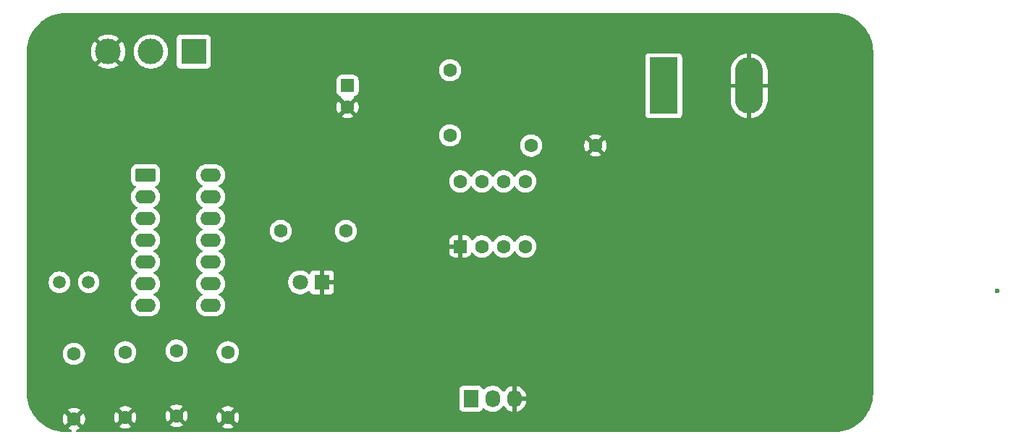
<source format=gbr>
%TF.GenerationSoftware,KiCad,Pcbnew,9.0.2*%
%TF.CreationDate,2025-06-20T12:04:20-04:00*%
%TF.ProjectId,Block,426c6f63-6b2e-46b6-9963-61645f706362,rev?*%
%TF.SameCoordinates,Original*%
%TF.FileFunction,Copper,L1,Top*%
%TF.FilePolarity,Positive*%
%FSLAX46Y46*%
G04 Gerber Fmt 4.6, Leading zero omitted, Abs format (unit mm)*
G04 Created by KiCad (PCBNEW 9.0.2) date 2025-06-20 12:04:20*
%MOMM*%
%LPD*%
G01*
G04 APERTURE LIST*
G04 Aperture macros list*
%AMRoundRect*
0 Rectangle with rounded corners*
0 $1 Rounding radius*
0 $2 $3 $4 $5 $6 $7 $8 $9 X,Y pos of 4 corners*
0 Add a 4 corners polygon primitive as box body*
4,1,4,$2,$3,$4,$5,$6,$7,$8,$9,$2,$3,0*
0 Add four circle primitives for the rounded corners*
1,1,$1+$1,$2,$3*
1,1,$1+$1,$4,$5*
1,1,$1+$1,$6,$7*
1,1,$1+$1,$8,$9*
0 Add four rect primitives between the rounded corners*
20,1,$1+$1,$2,$3,$4,$5,0*
20,1,$1+$1,$4,$5,$6,$7,0*
20,1,$1+$1,$6,$7,$8,$9,0*
20,1,$1+$1,$8,$9,$2,$3,0*%
G04 Aperture macros list end*
%TA.AperFunction,ComponentPad*%
%ADD10R,3.000000X3.000000*%
%TD*%
%TA.AperFunction,ComponentPad*%
%ADD11C,3.000000*%
%TD*%
%TA.AperFunction,ComponentPad*%
%ADD12C,1.600000*%
%TD*%
%TA.AperFunction,ComponentPad*%
%ADD13R,1.730000X2.030000*%
%TD*%
%TA.AperFunction,ComponentPad*%
%ADD14O,1.730000X2.030000*%
%TD*%
%TA.AperFunction,ComponentPad*%
%ADD15RoundRect,0.250000X0.550000X-0.550000X0.550000X0.550000X-0.550000X0.550000X-0.550000X-0.550000X0*%
%TD*%
%TA.AperFunction,ComponentPad*%
%ADD16RoundRect,0.250000X-0.950000X-0.550000X0.950000X-0.550000X0.950000X0.550000X-0.950000X0.550000X0*%
%TD*%
%TA.AperFunction,ComponentPad*%
%ADD17O,2.400000X1.600000*%
%TD*%
%TA.AperFunction,ComponentPad*%
%ADD18R,1.800000X1.800000*%
%TD*%
%TA.AperFunction,ComponentPad*%
%ADD19C,1.800000*%
%TD*%
%TA.AperFunction,ComponentPad*%
%ADD20RoundRect,0.250000X-0.550000X0.550000X-0.550000X-0.550000X0.550000X-0.550000X0.550000X0.550000X0*%
%TD*%
%TA.AperFunction,ComponentPad*%
%ADD21C,1.500000*%
%TD*%
%TA.AperFunction,ComponentPad*%
%ADD22R,3.300000X6.600000*%
%TD*%
%TA.AperFunction,ComponentPad*%
%ADD23O,3.300000X6.600000*%
%TD*%
%TA.AperFunction,ViaPad*%
%ADD24C,0.600000*%
%TD*%
G04 APERTURE END LIST*
D10*
%TO.P,RV1,1,1*%
%TO.N,VCC*%
X45000000Y-35000000D03*
D11*
%TO.P,RV1,2,2*%
%TO.N,Net-(U2A--)*%
X40000000Y-35000000D03*
%TO.P,RV1,3,3*%
%TO.N,GND*%
X35000000Y-35000000D03*
%TD*%
D12*
%TO.P,C2,1*%
%TO.N,Net-(U1-CV)*%
X84500000Y-46000000D03*
%TO.P,C2,2*%
%TO.N,GND*%
X92000000Y-46000000D03*
%TD*%
%TO.P,R6,1*%
%TO.N,Net-(U1-TR)*%
X62810000Y-56000000D03*
%TO.P,R6,2*%
%TO.N,Net-(D1-A)*%
X55190000Y-56000000D03*
%TD*%
%TO.P,R5,1*%
%TO.N,Net-(U2D-+)*%
X43000000Y-70000000D03*
%TO.P,R5,2*%
%TO.N,GND*%
X43000000Y-77620000D03*
%TD*%
D13*
%TO.P,J1,1,Pin_1*%
%TO.N,VCC*%
X77450000Y-75625000D03*
D14*
%TO.P,J1,2,Pin_2*%
%TO.N,Net-(J1-Pin_2)*%
X79990000Y-75625000D03*
%TO.P,J1,3,Pin_3*%
%TO.N,GND*%
X82530000Y-75625000D03*
%TD*%
D12*
%TO.P,R7,1*%
%TO.N,VCC*%
X75000000Y-37190000D03*
%TO.P,R7,2*%
%TO.N,Net-(U1-DIS)*%
X75000000Y-44810000D03*
%TD*%
D15*
%TO.P,U1,1,GND*%
%TO.N,GND*%
X76190000Y-57805000D03*
D12*
%TO.P,U1,2,TR*%
%TO.N,Net-(U1-TR)*%
X78730000Y-57805000D03*
%TO.P,U1,3,Q*%
%TO.N,Net-(J1-Pin_2)*%
X81270000Y-57805000D03*
%TO.P,U1,4,R*%
%TO.N,VCC*%
X83810000Y-57805000D03*
%TO.P,U1,5,CV*%
%TO.N,Net-(U1-CV)*%
X83810000Y-50185000D03*
%TO.P,U1,6,THR*%
%TO.N,Net-(U1-DIS)*%
X81270000Y-50185000D03*
%TO.P,U1,7,DIS*%
X78730000Y-50185000D03*
%TO.P,U1,8,VCC*%
%TO.N,VCC*%
X76190000Y-50185000D03*
%TD*%
%TO.P,R3,1*%
%TO.N,Net-(U2B-+)*%
X37000000Y-70190000D03*
%TO.P,R3,2*%
%TO.N,GND*%
X37000000Y-77810000D03*
%TD*%
D16*
%TO.P,U2,1*%
%TO.N,Net-(U1-TR)*%
X39380000Y-49460000D03*
D17*
%TO.P,U2,2,-*%
%TO.N,Net-(U2A--)*%
X39380000Y-52000000D03*
%TO.P,U2,3,+*%
%TO.N,Net-(U2A-+)*%
X39380000Y-54540000D03*
%TO.P,U2,4*%
%TO.N,N/C*%
X39380000Y-57080000D03*
%TO.P,U2,5,+*%
%TO.N,Net-(U2B-+)*%
X39380000Y-59620000D03*
%TO.P,U2,6,-*%
%TO.N,Net-(U2B--)*%
X39380000Y-62160000D03*
%TO.P,U2,7*%
X39380000Y-64700000D03*
%TO.P,U2,8*%
%TO.N,Net-(U2C--)*%
X47000000Y-64700000D03*
%TO.P,U2,9,-*%
X47000000Y-62160000D03*
%TO.P,U2,10,+*%
%TO.N,Net-(U2C-+)*%
X47000000Y-59620000D03*
%TO.P,U2,11*%
%TO.N,N/C*%
X47000000Y-57080000D03*
%TO.P,U2,12,+*%
%TO.N,Net-(U2D-+)*%
X47000000Y-54540000D03*
%TO.P,U2,13,-*%
%TO.N,Net-(U2D--)*%
X47000000Y-52000000D03*
%TO.P,U2,14*%
X47000000Y-49460000D03*
%TD*%
D18*
%TO.P,D1,1,K*%
%TO.N,GND*%
X60000000Y-62000000D03*
D19*
%TO.P,D1,2,A*%
%TO.N,Net-(D1-A)*%
X57460000Y-62000000D03*
%TD*%
D12*
%TO.P,R2,1*%
%TO.N,Net-(U2A-+)*%
X31000000Y-70380000D03*
%TO.P,R2,2*%
%TO.N,GND*%
X31000000Y-78000000D03*
%TD*%
D20*
%TO.P,C1,1*%
%TO.N,Net-(U1-DIS)*%
X63000000Y-39000000D03*
D12*
%TO.P,C1,2*%
%TO.N,GND*%
X63000000Y-41500000D03*
%TD*%
%TO.P,R4,1*%
%TO.N,Net-(U2C-+)*%
X49000000Y-70190000D03*
%TO.P,R4,2*%
%TO.N,GND*%
X49000000Y-77810000D03*
%TD*%
D21*
%TO.P,R1,1*%
%TO.N,VCC*%
X29300000Y-62000000D03*
%TO.P,R1,2*%
%TO.N,Net-(U2A-+)*%
X32700000Y-62000000D03*
%TD*%
D22*
%TO.P,J2,1,Pin_1*%
%TO.N,VCC*%
X100000000Y-39000000D03*
D23*
%TO.P,J2,2,Pin_2*%
%TO.N,GND*%
X110000000Y-39000000D03*
%TD*%
D24*
%TO.N,*%
X139000000Y-63000000D03*
%TD*%
%TA.AperFunction,Conductor*%
%TO.N,GND*%
G36*
X120002702Y-30500617D02*
G01*
X120386771Y-30517386D01*
X120397506Y-30518326D01*
X120775971Y-30568152D01*
X120786597Y-30570025D01*
X121159284Y-30652648D01*
X121169710Y-30655442D01*
X121533765Y-30770227D01*
X121543911Y-30773920D01*
X121896578Y-30920000D01*
X121906369Y-30924566D01*
X122244942Y-31100816D01*
X122254310Y-31106224D01*
X122576244Y-31311318D01*
X122585105Y-31317523D01*
X122887930Y-31549889D01*
X122896217Y-31556843D01*
X123177635Y-31814715D01*
X123185284Y-31822364D01*
X123443156Y-32103782D01*
X123450110Y-32112069D01*
X123682476Y-32414894D01*
X123688681Y-32423755D01*
X123893775Y-32745689D01*
X123899183Y-32755057D01*
X124075430Y-33093623D01*
X124080002Y-33103427D01*
X124226075Y-33456078D01*
X124229775Y-33466244D01*
X124344554Y-33830278D01*
X124347354Y-33840727D01*
X124429971Y-34213389D01*
X124431849Y-34224042D01*
X124481671Y-34602473D01*
X124482614Y-34613249D01*
X124499382Y-34997297D01*
X124499500Y-35002706D01*
X124499500Y-74997293D01*
X124499382Y-75002702D01*
X124482614Y-75386750D01*
X124481671Y-75397526D01*
X124431849Y-75775957D01*
X124429971Y-75786610D01*
X124347354Y-76159272D01*
X124344554Y-76169721D01*
X124229775Y-76533755D01*
X124226075Y-76543921D01*
X124080002Y-76896572D01*
X124075430Y-76906376D01*
X123899183Y-77244942D01*
X123893775Y-77254310D01*
X123688681Y-77576244D01*
X123682476Y-77585105D01*
X123450110Y-77887930D01*
X123443156Y-77896217D01*
X123185284Y-78177635D01*
X123177635Y-78185284D01*
X122896217Y-78443156D01*
X122887930Y-78450110D01*
X122585105Y-78682476D01*
X122576244Y-78688681D01*
X122254310Y-78893775D01*
X122244942Y-78899183D01*
X121906376Y-79075430D01*
X121896572Y-79080002D01*
X121543921Y-79226075D01*
X121533755Y-79229775D01*
X121169721Y-79344554D01*
X121159272Y-79347354D01*
X120786610Y-79429971D01*
X120775957Y-79431849D01*
X120397526Y-79481671D01*
X120386750Y-79482614D01*
X120002703Y-79499382D01*
X119997294Y-79499500D01*
X31374809Y-79499500D01*
X31307770Y-79479815D01*
X31262015Y-79427011D01*
X31252071Y-79357853D01*
X31281096Y-79294297D01*
X31336490Y-79257569D01*
X31499031Y-79204755D01*
X31681349Y-79111859D01*
X31725921Y-79079474D01*
X31046447Y-78400000D01*
X31052661Y-78400000D01*
X31154394Y-78372741D01*
X31245606Y-78320080D01*
X31320080Y-78245606D01*
X31372741Y-78154394D01*
X31400000Y-78052661D01*
X31400000Y-78046447D01*
X32079474Y-78725921D01*
X32111859Y-78681349D01*
X32204755Y-78499031D01*
X32267990Y-78304417D01*
X32300000Y-78102317D01*
X32300000Y-77897682D01*
X32272208Y-77722214D01*
X32269906Y-77707682D01*
X35700000Y-77707682D01*
X35700000Y-77912317D01*
X35732009Y-78114417D01*
X35795244Y-78309031D01*
X35888141Y-78491350D01*
X35888147Y-78491359D01*
X35920523Y-78535921D01*
X35920524Y-78535922D01*
X36600000Y-77856446D01*
X36600000Y-77862661D01*
X36627259Y-77964394D01*
X36679920Y-78055606D01*
X36754394Y-78130080D01*
X36845606Y-78182741D01*
X36947339Y-78210000D01*
X36953553Y-78210000D01*
X36274076Y-78889474D01*
X36318650Y-78921859D01*
X36500968Y-79014755D01*
X36695582Y-79077990D01*
X36897683Y-79110000D01*
X37102317Y-79110000D01*
X37304417Y-79077990D01*
X37499031Y-79014755D01*
X37681349Y-78921859D01*
X37725921Y-78889474D01*
X37046447Y-78210000D01*
X37052661Y-78210000D01*
X37154394Y-78182741D01*
X37245606Y-78130080D01*
X37320080Y-78055606D01*
X37372741Y-77964394D01*
X37400000Y-77862661D01*
X37400000Y-77856447D01*
X38079474Y-78535921D01*
X38111859Y-78491349D01*
X38204755Y-78309031D01*
X38267990Y-78114417D01*
X38300000Y-77912317D01*
X38300000Y-77707682D01*
X38272208Y-77532214D01*
X38269906Y-77517682D01*
X41700000Y-77517682D01*
X41700000Y-77722317D01*
X41732009Y-77924417D01*
X41795244Y-78119031D01*
X41888141Y-78301350D01*
X41888147Y-78301359D01*
X41920523Y-78345921D01*
X41920524Y-78345922D01*
X42600000Y-77666446D01*
X42600000Y-77672661D01*
X42627259Y-77774394D01*
X42679920Y-77865606D01*
X42754394Y-77940080D01*
X42845606Y-77992741D01*
X42947339Y-78020000D01*
X42953553Y-78020000D01*
X42274076Y-78699474D01*
X42318650Y-78731859D01*
X42500968Y-78824755D01*
X42695582Y-78887990D01*
X42897683Y-78920000D01*
X43102317Y-78920000D01*
X43304417Y-78887990D01*
X43499031Y-78824755D01*
X43681348Y-78731860D01*
X43725921Y-78699474D01*
X43046447Y-78020000D01*
X43052661Y-78020000D01*
X43154394Y-77992741D01*
X43245606Y-77940080D01*
X43320080Y-77865606D01*
X43372741Y-77774394D01*
X43400000Y-77672661D01*
X43400000Y-77666447D01*
X44079474Y-78345921D01*
X44111859Y-78301349D01*
X44204755Y-78119031D01*
X44267990Y-77924417D01*
X44300000Y-77722317D01*
X44300000Y-77707682D01*
X47700000Y-77707682D01*
X47700000Y-77912317D01*
X47732009Y-78114417D01*
X47795244Y-78309031D01*
X47888141Y-78491350D01*
X47888147Y-78491359D01*
X47920523Y-78535921D01*
X47920524Y-78535922D01*
X48600000Y-77856446D01*
X48600000Y-77862661D01*
X48627259Y-77964394D01*
X48679920Y-78055606D01*
X48754394Y-78130080D01*
X48845606Y-78182741D01*
X48947339Y-78210000D01*
X48953553Y-78210000D01*
X48274076Y-78889474D01*
X48318650Y-78921859D01*
X48500968Y-79014755D01*
X48695582Y-79077990D01*
X48897683Y-79110000D01*
X49102317Y-79110000D01*
X49304417Y-79077990D01*
X49499031Y-79014755D01*
X49681349Y-78921859D01*
X49725921Y-78889474D01*
X49046447Y-78210000D01*
X49052661Y-78210000D01*
X49154394Y-78182741D01*
X49245606Y-78130080D01*
X49320080Y-78055606D01*
X49372741Y-77964394D01*
X49400000Y-77862661D01*
X49400000Y-77856447D01*
X50079474Y-78535921D01*
X50111859Y-78491349D01*
X50204755Y-78309031D01*
X50267990Y-78114417D01*
X50300000Y-77912317D01*
X50300000Y-77707682D01*
X50267990Y-77505582D01*
X50204755Y-77310968D01*
X50111859Y-77128650D01*
X50079474Y-77084077D01*
X50079474Y-77084076D01*
X49400000Y-77763551D01*
X49400000Y-77757339D01*
X49372741Y-77655606D01*
X49320080Y-77564394D01*
X49245606Y-77489920D01*
X49154394Y-77437259D01*
X49052661Y-77410000D01*
X49046446Y-77410000D01*
X49725922Y-76730524D01*
X49725921Y-76730523D01*
X49681359Y-76698147D01*
X49681350Y-76698141D01*
X49499031Y-76605244D01*
X49304417Y-76542009D01*
X49102317Y-76510000D01*
X48897683Y-76510000D01*
X48695582Y-76542009D01*
X48500968Y-76605244D01*
X48318644Y-76698143D01*
X48274077Y-76730523D01*
X48274077Y-76730524D01*
X48953554Y-77410000D01*
X48947339Y-77410000D01*
X48845606Y-77437259D01*
X48754394Y-77489920D01*
X48679920Y-77564394D01*
X48627259Y-77655606D01*
X48600000Y-77757339D01*
X48600000Y-77763553D01*
X47920524Y-77084077D01*
X47920523Y-77084077D01*
X47888143Y-77128644D01*
X47795244Y-77310968D01*
X47732009Y-77505582D01*
X47700000Y-77707682D01*
X44300000Y-77707682D01*
X44300000Y-77517682D01*
X44267990Y-77315582D01*
X44204755Y-77120968D01*
X44111859Y-76938650D01*
X44079474Y-76894077D01*
X44079474Y-76894076D01*
X43400000Y-77573551D01*
X43400000Y-77567339D01*
X43372741Y-77465606D01*
X43320080Y-77374394D01*
X43245606Y-77299920D01*
X43154394Y-77247259D01*
X43052661Y-77220000D01*
X43046446Y-77220000D01*
X43725922Y-76540524D01*
X43725921Y-76540523D01*
X43681359Y-76508147D01*
X43681350Y-76508141D01*
X43499031Y-76415244D01*
X43304417Y-76352009D01*
X43102317Y-76320000D01*
X42897683Y-76320000D01*
X42695582Y-76352009D01*
X42500968Y-76415244D01*
X42318644Y-76508143D01*
X42274077Y-76540523D01*
X42274077Y-76540524D01*
X42953554Y-77220000D01*
X42947339Y-77220000D01*
X42845606Y-77247259D01*
X42754394Y-77299920D01*
X42679920Y-77374394D01*
X42627259Y-77465606D01*
X42600000Y-77567339D01*
X42600000Y-77573553D01*
X41920524Y-76894077D01*
X41920523Y-76894077D01*
X41888143Y-76938644D01*
X41795244Y-77120968D01*
X41732009Y-77315582D01*
X41700000Y-77517682D01*
X38269906Y-77517682D01*
X38267989Y-77505582D01*
X38204755Y-77310968D01*
X38111859Y-77128650D01*
X38079474Y-77084077D01*
X38079474Y-77084076D01*
X37400000Y-77763551D01*
X37400000Y-77757339D01*
X37372741Y-77655606D01*
X37320080Y-77564394D01*
X37245606Y-77489920D01*
X37154394Y-77437259D01*
X37052661Y-77410000D01*
X37046446Y-77410000D01*
X37725922Y-76730524D01*
X37725921Y-76730523D01*
X37681359Y-76698147D01*
X37681349Y-76698141D01*
X37499031Y-76605244D01*
X37304417Y-76542009D01*
X37102317Y-76510000D01*
X36897683Y-76510000D01*
X36695582Y-76542009D01*
X36500968Y-76605244D01*
X36318644Y-76698143D01*
X36274077Y-76730523D01*
X36274077Y-76730524D01*
X36953554Y-77410000D01*
X36947339Y-77410000D01*
X36845606Y-77437259D01*
X36754394Y-77489920D01*
X36679920Y-77564394D01*
X36627259Y-77655606D01*
X36600000Y-77757339D01*
X36600000Y-77763553D01*
X35920524Y-77084077D01*
X35920523Y-77084077D01*
X35888143Y-77128644D01*
X35795244Y-77310968D01*
X35732009Y-77505582D01*
X35700000Y-77707682D01*
X32269906Y-77707682D01*
X32267989Y-77695582D01*
X32204755Y-77500968D01*
X32111859Y-77318650D01*
X32079474Y-77274077D01*
X32079474Y-77274076D01*
X31400000Y-77953551D01*
X31400000Y-77947339D01*
X31372741Y-77845606D01*
X31320080Y-77754394D01*
X31245606Y-77679920D01*
X31154394Y-77627259D01*
X31052661Y-77600000D01*
X31046446Y-77600000D01*
X31725922Y-76920524D01*
X31725921Y-76920523D01*
X31681359Y-76888147D01*
X31681349Y-76888141D01*
X31499031Y-76795244D01*
X31304417Y-76732009D01*
X31102317Y-76700000D01*
X30897683Y-76700000D01*
X30695582Y-76732009D01*
X30500968Y-76795244D01*
X30318644Y-76888143D01*
X30274077Y-76920523D01*
X30274077Y-76920524D01*
X30953554Y-77600000D01*
X30947339Y-77600000D01*
X30845606Y-77627259D01*
X30754394Y-77679920D01*
X30679920Y-77754394D01*
X30627259Y-77845606D01*
X30600000Y-77947339D01*
X30600000Y-77953553D01*
X29920524Y-77274077D01*
X29920523Y-77274077D01*
X29888143Y-77318644D01*
X29795244Y-77500968D01*
X29732009Y-77695582D01*
X29700000Y-77897682D01*
X29700000Y-78102317D01*
X29732009Y-78304417D01*
X29795244Y-78499031D01*
X29888141Y-78681350D01*
X29888147Y-78681359D01*
X29920523Y-78725921D01*
X29920524Y-78725922D01*
X30600000Y-78046446D01*
X30600000Y-78052661D01*
X30627259Y-78154394D01*
X30679920Y-78245606D01*
X30754394Y-78320080D01*
X30845606Y-78372741D01*
X30947339Y-78400000D01*
X30953553Y-78400000D01*
X30274076Y-79079474D01*
X30318650Y-79111859D01*
X30500968Y-79204755D01*
X30663510Y-79257569D01*
X30721185Y-79297007D01*
X30748383Y-79361366D01*
X30736468Y-79430212D01*
X30689224Y-79481688D01*
X30625191Y-79499500D01*
X30002706Y-79499500D01*
X29997297Y-79499382D01*
X29613249Y-79482614D01*
X29602473Y-79481671D01*
X29224042Y-79431849D01*
X29213389Y-79429971D01*
X28840727Y-79347354D01*
X28830278Y-79344554D01*
X28466244Y-79229775D01*
X28456078Y-79226075D01*
X28103427Y-79080002D01*
X28093623Y-79075430D01*
X27755057Y-78899183D01*
X27745689Y-78893775D01*
X27423755Y-78688681D01*
X27414894Y-78682476D01*
X27112069Y-78450110D01*
X27103782Y-78443156D01*
X26822364Y-78185284D01*
X26814715Y-78177635D01*
X26630493Y-77976592D01*
X26630492Y-77976591D01*
X26556833Y-77896206D01*
X26549889Y-77887930D01*
X26317523Y-77585105D01*
X26311318Y-77576244D01*
X26266301Y-77505582D01*
X26106223Y-77254309D01*
X26100816Y-77244942D01*
X26043110Y-77134091D01*
X25924566Y-76906369D01*
X25919997Y-76896572D01*
X25918963Y-76894076D01*
X25773920Y-76543911D01*
X25770224Y-76533755D01*
X25655442Y-76169710D01*
X25652648Y-76159284D01*
X25570025Y-75786597D01*
X25568152Y-75775971D01*
X25518326Y-75397506D01*
X25517386Y-75386771D01*
X25500618Y-75002702D01*
X25500500Y-74997293D01*
X25500500Y-74562135D01*
X76084500Y-74562135D01*
X76084500Y-76687870D01*
X76084501Y-76687876D01*
X76090908Y-76747483D01*
X76141202Y-76882328D01*
X76141206Y-76882335D01*
X76227452Y-76997544D01*
X76227455Y-76997547D01*
X76342664Y-77083793D01*
X76342671Y-77083797D01*
X76477517Y-77134091D01*
X76477516Y-77134091D01*
X76484444Y-77134835D01*
X76537127Y-77140500D01*
X78362872Y-77140499D01*
X78422483Y-77134091D01*
X78557331Y-77083796D01*
X78672546Y-76997546D01*
X78758796Y-76882331D01*
X78802048Y-76766365D01*
X78843917Y-76710433D01*
X78909381Y-76686015D01*
X78977654Y-76700866D01*
X79005910Y-76722018D01*
X79100437Y-76816545D01*
X79274322Y-76942880D01*
X79368251Y-76990739D01*
X79465829Y-77040458D01*
X79465832Y-77040459D01*
X79600073Y-77084076D01*
X79670245Y-77106876D01*
X79882533Y-77140500D01*
X79882534Y-77140500D01*
X80097466Y-77140500D01*
X80097467Y-77140500D01*
X80309755Y-77106876D01*
X80309758Y-77106875D01*
X80309759Y-77106875D01*
X80514167Y-77040459D01*
X80514170Y-77040458D01*
X80515077Y-77039996D01*
X80705678Y-76942880D01*
X80879563Y-76816545D01*
X81031545Y-76664563D01*
X81157880Y-76490678D01*
X81157881Y-76490675D01*
X81159990Y-76487773D01*
X81215320Y-76445107D01*
X81284933Y-76439128D01*
X81346728Y-76471734D01*
X81360626Y-76487772D01*
X81488838Y-76664239D01*
X81488838Y-76664240D01*
X81640759Y-76816161D01*
X81814583Y-76942452D01*
X82006024Y-77039996D01*
X82210359Y-77106388D01*
X82279999Y-77117418D01*
X82280000Y-77117418D01*
X82280000Y-76069560D01*
X82333147Y-76100245D01*
X82462857Y-76135000D01*
X82597143Y-76135000D01*
X82726853Y-76100245D01*
X82780000Y-76069560D01*
X82780000Y-77117418D01*
X82849638Y-77106388D01*
X82849641Y-77106388D01*
X83053975Y-77039996D01*
X83245416Y-76942452D01*
X83419240Y-76816161D01*
X83571161Y-76664240D01*
X83697452Y-76490416D01*
X83794996Y-76298975D01*
X83861388Y-76094642D01*
X83861388Y-76094639D01*
X83895000Y-75882427D01*
X83895000Y-75875000D01*
X82974560Y-75875000D01*
X83005245Y-75821853D01*
X83040000Y-75692143D01*
X83040000Y-75557857D01*
X83005245Y-75428147D01*
X82974560Y-75375000D01*
X83895000Y-75375000D01*
X83895000Y-75367572D01*
X83861388Y-75155360D01*
X83861388Y-75155357D01*
X83794996Y-74951024D01*
X83697452Y-74759583D01*
X83571161Y-74585759D01*
X83419240Y-74433838D01*
X83245416Y-74307547D01*
X83053975Y-74210003D01*
X82849635Y-74143610D01*
X82849636Y-74143610D01*
X82780000Y-74132581D01*
X82780000Y-75180439D01*
X82726853Y-75149755D01*
X82597143Y-75115000D01*
X82462857Y-75115000D01*
X82333147Y-75149755D01*
X82280000Y-75180439D01*
X82280000Y-74132581D01*
X82210364Y-74143610D01*
X82006024Y-74210003D01*
X81814583Y-74307547D01*
X81640759Y-74433838D01*
X81488838Y-74585759D01*
X81488838Y-74585760D01*
X81360626Y-74762227D01*
X81305296Y-74804892D01*
X81235682Y-74810871D01*
X81173887Y-74778265D01*
X81159990Y-74762226D01*
X81109079Y-74692153D01*
X81031545Y-74585437D01*
X80879563Y-74433455D01*
X80705678Y-74307120D01*
X80514170Y-74209541D01*
X80514167Y-74209540D01*
X80309757Y-74143124D01*
X80168229Y-74120708D01*
X80097467Y-74109500D01*
X79882533Y-74109500D01*
X79811770Y-74120708D01*
X79670243Y-74143124D01*
X79670240Y-74143124D01*
X79465832Y-74209540D01*
X79465829Y-74209541D01*
X79274321Y-74307120D01*
X79100438Y-74433454D01*
X79005910Y-74527982D01*
X78944586Y-74561466D01*
X78874895Y-74556482D01*
X78818962Y-74514610D01*
X78802047Y-74483632D01*
X78758798Y-74367673D01*
X78758793Y-74367664D01*
X78672547Y-74252455D01*
X78672544Y-74252452D01*
X78557335Y-74166206D01*
X78557328Y-74166202D01*
X78422482Y-74115908D01*
X78422483Y-74115908D01*
X78362883Y-74109501D01*
X78362881Y-74109500D01*
X78362873Y-74109500D01*
X78362864Y-74109500D01*
X76537129Y-74109500D01*
X76537123Y-74109501D01*
X76477516Y-74115908D01*
X76342671Y-74166202D01*
X76342664Y-74166206D01*
X76227455Y-74252452D01*
X76227452Y-74252455D01*
X76141206Y-74367664D01*
X76141202Y-74367671D01*
X76090908Y-74502517D01*
X76084501Y-74562116D01*
X76084500Y-74562135D01*
X25500500Y-74562135D01*
X25500500Y-70277648D01*
X29699500Y-70277648D01*
X29699500Y-70482352D01*
X29702172Y-70499219D01*
X29731522Y-70684534D01*
X29794781Y-70879223D01*
X29887715Y-71061613D01*
X30008028Y-71227213D01*
X30152786Y-71371971D01*
X30271854Y-71458477D01*
X30318390Y-71492287D01*
X30434607Y-71551503D01*
X30500776Y-71585218D01*
X30500778Y-71585218D01*
X30500781Y-71585220D01*
X30605137Y-71619127D01*
X30695465Y-71648477D01*
X30796557Y-71664488D01*
X30897648Y-71680500D01*
X30897649Y-71680500D01*
X31102351Y-71680500D01*
X31102352Y-71680500D01*
X31304534Y-71648477D01*
X31499219Y-71585220D01*
X31681610Y-71492287D01*
X31774590Y-71424732D01*
X31847213Y-71371971D01*
X31847215Y-71371968D01*
X31847219Y-71371966D01*
X31991966Y-71227219D01*
X31991968Y-71227215D01*
X31991971Y-71227213D01*
X32075470Y-71112284D01*
X32112287Y-71061610D01*
X32205220Y-70879219D01*
X32268477Y-70684534D01*
X32300500Y-70482352D01*
X32300500Y-70277648D01*
X32270406Y-70087648D01*
X35699500Y-70087648D01*
X35699500Y-70292352D01*
X35703878Y-70319995D01*
X35731522Y-70494534D01*
X35794781Y-70689223D01*
X35887715Y-70871613D01*
X36008028Y-71037213D01*
X36152786Y-71181971D01*
X36271854Y-71268477D01*
X36318390Y-71302287D01*
X36434607Y-71361503D01*
X36500776Y-71395218D01*
X36500778Y-71395218D01*
X36500781Y-71395220D01*
X36605137Y-71429127D01*
X36695465Y-71458477D01*
X36796557Y-71474488D01*
X36897648Y-71490500D01*
X36897649Y-71490500D01*
X37102351Y-71490500D01*
X37102352Y-71490500D01*
X37304534Y-71458477D01*
X37499219Y-71395220D01*
X37681610Y-71302287D01*
X37784941Y-71227213D01*
X37847213Y-71181971D01*
X37847215Y-71181968D01*
X37847219Y-71181966D01*
X37991966Y-71037219D01*
X37991968Y-71037215D01*
X37991971Y-71037213D01*
X38044732Y-70964590D01*
X38112287Y-70871610D01*
X38205220Y-70689219D01*
X38268477Y-70494534D01*
X38300500Y-70292352D01*
X38300500Y-70087648D01*
X38270406Y-69897648D01*
X41699500Y-69897648D01*
X41699500Y-70102351D01*
X41731522Y-70304534D01*
X41794781Y-70499223D01*
X41887715Y-70681613D01*
X42008028Y-70847213D01*
X42152786Y-70991971D01*
X42307749Y-71104556D01*
X42318390Y-71112287D01*
X42434607Y-71171503D01*
X42500776Y-71205218D01*
X42500778Y-71205218D01*
X42500781Y-71205220D01*
X42568487Y-71227219D01*
X42695465Y-71268477D01*
X42796557Y-71284488D01*
X42897648Y-71300500D01*
X42897649Y-71300500D01*
X43102351Y-71300500D01*
X43102352Y-71300500D01*
X43304534Y-71268477D01*
X43499219Y-71205220D01*
X43681610Y-71112287D01*
X43784941Y-71037213D01*
X43847213Y-70991971D01*
X43847215Y-70991968D01*
X43847219Y-70991966D01*
X43991966Y-70847219D01*
X43991968Y-70847215D01*
X43991971Y-70847213D01*
X44044732Y-70774590D01*
X44112287Y-70681610D01*
X44205220Y-70499219D01*
X44268477Y-70304534D01*
X44300500Y-70102352D01*
X44300500Y-70087648D01*
X47699500Y-70087648D01*
X47699500Y-70292352D01*
X47703878Y-70319995D01*
X47731522Y-70494534D01*
X47794781Y-70689223D01*
X47887715Y-70871613D01*
X48008028Y-71037213D01*
X48152786Y-71181971D01*
X48271854Y-71268477D01*
X48318390Y-71302287D01*
X48434607Y-71361503D01*
X48500776Y-71395218D01*
X48500778Y-71395218D01*
X48500781Y-71395220D01*
X48605137Y-71429127D01*
X48695465Y-71458477D01*
X48796557Y-71474488D01*
X48897648Y-71490500D01*
X48897649Y-71490500D01*
X49102351Y-71490500D01*
X49102352Y-71490500D01*
X49304534Y-71458477D01*
X49499219Y-71395220D01*
X49681610Y-71302287D01*
X49784941Y-71227213D01*
X49847213Y-71181971D01*
X49847215Y-71181968D01*
X49847219Y-71181966D01*
X49991966Y-71037219D01*
X49991968Y-71037215D01*
X49991971Y-71037213D01*
X50044732Y-70964590D01*
X50112287Y-70871610D01*
X50205220Y-70689219D01*
X50268477Y-70494534D01*
X50300500Y-70292352D01*
X50300500Y-70087648D01*
X50272707Y-69912173D01*
X50268477Y-69885465D01*
X50205218Y-69690776D01*
X50124717Y-69532786D01*
X50112287Y-69508390D01*
X50104556Y-69497749D01*
X49991971Y-69342786D01*
X49847213Y-69198028D01*
X49681613Y-69077715D01*
X49681612Y-69077714D01*
X49681610Y-69077713D01*
X49624653Y-69048691D01*
X49499223Y-68984781D01*
X49304534Y-68921522D01*
X49129995Y-68893878D01*
X49102352Y-68889500D01*
X48897648Y-68889500D01*
X48873329Y-68893351D01*
X48695465Y-68921522D01*
X48500776Y-68984781D01*
X48318386Y-69077715D01*
X48152786Y-69198028D01*
X48008028Y-69342786D01*
X47887715Y-69508386D01*
X47794781Y-69690776D01*
X47731522Y-69885465D01*
X47701431Y-70075459D01*
X47699500Y-70087648D01*
X44300500Y-70087648D01*
X44300500Y-69897648D01*
X44268940Y-69698390D01*
X44268477Y-69695465D01*
X44205218Y-69500776D01*
X44124717Y-69342786D01*
X44112287Y-69318390D01*
X44075470Y-69267715D01*
X43991971Y-69152786D01*
X43847213Y-69008028D01*
X43681613Y-68887715D01*
X43681612Y-68887714D01*
X43681610Y-68887713D01*
X43624653Y-68858691D01*
X43499223Y-68794781D01*
X43304534Y-68731522D01*
X43129995Y-68703878D01*
X43102352Y-68699500D01*
X42897648Y-68699500D01*
X42873329Y-68703351D01*
X42695465Y-68731522D01*
X42500776Y-68794781D01*
X42318386Y-68887715D01*
X42152786Y-69008028D01*
X42008028Y-69152786D01*
X41887715Y-69318386D01*
X41794781Y-69500776D01*
X41731522Y-69695465D01*
X41699500Y-69897648D01*
X38270406Y-69897648D01*
X38268477Y-69885466D01*
X38205220Y-69690781D01*
X38205218Y-69690778D01*
X38205218Y-69690776D01*
X38124717Y-69532786D01*
X38112287Y-69508390D01*
X38104556Y-69497749D01*
X37991971Y-69342786D01*
X37847213Y-69198028D01*
X37681613Y-69077715D01*
X37681612Y-69077714D01*
X37681610Y-69077713D01*
X37624653Y-69048691D01*
X37499223Y-68984781D01*
X37304534Y-68921522D01*
X37129995Y-68893878D01*
X37102352Y-68889500D01*
X36897648Y-68889500D01*
X36873329Y-68893351D01*
X36695465Y-68921522D01*
X36500776Y-68984781D01*
X36318386Y-69077715D01*
X36152786Y-69198028D01*
X36008028Y-69342786D01*
X35887715Y-69508386D01*
X35794781Y-69690776D01*
X35731522Y-69885465D01*
X35701431Y-70075459D01*
X35699500Y-70087648D01*
X32270406Y-70087648D01*
X32268477Y-70075466D01*
X32205220Y-69880781D01*
X32205218Y-69880778D01*
X32205218Y-69880776D01*
X32171503Y-69814607D01*
X32112287Y-69698390D01*
X32104556Y-69687749D01*
X31991971Y-69532786D01*
X31847213Y-69388028D01*
X31681613Y-69267715D01*
X31681612Y-69267714D01*
X31681610Y-69267713D01*
X31624653Y-69238691D01*
X31499223Y-69174781D01*
X31304534Y-69111522D01*
X31129995Y-69083878D01*
X31102352Y-69079500D01*
X30897648Y-69079500D01*
X30873329Y-69083351D01*
X30695465Y-69111522D01*
X30500776Y-69174781D01*
X30318386Y-69267715D01*
X30152786Y-69388028D01*
X30008028Y-69532786D01*
X29887715Y-69698386D01*
X29794781Y-69880776D01*
X29731522Y-70075465D01*
X29699500Y-70277648D01*
X25500500Y-70277648D01*
X25500500Y-61901577D01*
X28049500Y-61901577D01*
X28049500Y-62098422D01*
X28080290Y-62292826D01*
X28141117Y-62480029D01*
X28230476Y-62655405D01*
X28346172Y-62814646D01*
X28485354Y-62953828D01*
X28644595Y-63069524D01*
X28727455Y-63111743D01*
X28819970Y-63158882D01*
X28819972Y-63158882D01*
X28819975Y-63158884D01*
X28920317Y-63191487D01*
X29007173Y-63219709D01*
X29201578Y-63250500D01*
X29201583Y-63250500D01*
X29398422Y-63250500D01*
X29592826Y-63219709D01*
X29660208Y-63197815D01*
X29780025Y-63158884D01*
X29955405Y-63069524D01*
X30114646Y-62953828D01*
X30253828Y-62814646D01*
X30369524Y-62655405D01*
X30458884Y-62480025D01*
X30519709Y-62292826D01*
X30550500Y-62098422D01*
X30550500Y-61901577D01*
X31449500Y-61901577D01*
X31449500Y-62098422D01*
X31480290Y-62292826D01*
X31541117Y-62480029D01*
X31630476Y-62655405D01*
X31746172Y-62814646D01*
X31885354Y-62953828D01*
X32044595Y-63069524D01*
X32127455Y-63111743D01*
X32219970Y-63158882D01*
X32219972Y-63158882D01*
X32219975Y-63158884D01*
X32320317Y-63191487D01*
X32407173Y-63219709D01*
X32601578Y-63250500D01*
X32601583Y-63250500D01*
X32798422Y-63250500D01*
X32992826Y-63219709D01*
X33060208Y-63197815D01*
X33180025Y-63158884D01*
X33355405Y-63069524D01*
X33514646Y-62953828D01*
X33653828Y-62814646D01*
X33769524Y-62655405D01*
X33858884Y-62480025D01*
X33919709Y-62292826D01*
X33950500Y-62098422D01*
X33950500Y-61901577D01*
X33919709Y-61707173D01*
X33858882Y-61519970D01*
X33769523Y-61344594D01*
X33746413Y-61312786D01*
X33653828Y-61185354D01*
X33514646Y-61046172D01*
X33355405Y-60930476D01*
X33180029Y-60841117D01*
X32992826Y-60780290D01*
X32798422Y-60749500D01*
X32798417Y-60749500D01*
X32601583Y-60749500D01*
X32601578Y-60749500D01*
X32407173Y-60780290D01*
X32219970Y-60841117D01*
X32044594Y-60930476D01*
X31973244Y-60982316D01*
X31885354Y-61046172D01*
X31885352Y-61046174D01*
X31885351Y-61046174D01*
X31746174Y-61185351D01*
X31746174Y-61185352D01*
X31746172Y-61185354D01*
X31696485Y-61253741D01*
X31630476Y-61344594D01*
X31541117Y-61519970D01*
X31480290Y-61707173D01*
X31449500Y-61901577D01*
X30550500Y-61901577D01*
X30519709Y-61707173D01*
X30458882Y-61519970D01*
X30369523Y-61344594D01*
X30346413Y-61312786D01*
X30253828Y-61185354D01*
X30114646Y-61046172D01*
X29955405Y-60930476D01*
X29780029Y-60841117D01*
X29592826Y-60780290D01*
X29398422Y-60749500D01*
X29398417Y-60749500D01*
X29201583Y-60749500D01*
X29201578Y-60749500D01*
X29007173Y-60780290D01*
X28819970Y-60841117D01*
X28644594Y-60930476D01*
X28573244Y-60982316D01*
X28485354Y-61046172D01*
X28485352Y-61046174D01*
X28485351Y-61046174D01*
X28346174Y-61185351D01*
X28346174Y-61185352D01*
X28346172Y-61185354D01*
X28296485Y-61253741D01*
X28230476Y-61344594D01*
X28141117Y-61519970D01*
X28080290Y-61707173D01*
X28049500Y-61901577D01*
X25500500Y-61901577D01*
X25500500Y-48859983D01*
X37679500Y-48859983D01*
X37679500Y-50060001D01*
X37679501Y-50060018D01*
X37690000Y-50162796D01*
X37690001Y-50162799D01*
X37737856Y-50307213D01*
X37745186Y-50329334D01*
X37837288Y-50478656D01*
X37961344Y-50602712D01*
X38110666Y-50694814D01*
X38192570Y-50721954D01*
X38250015Y-50761727D01*
X38276838Y-50826243D01*
X38264523Y-50895018D01*
X38226451Y-50939978D01*
X38132787Y-51008028D01*
X38132782Y-51008032D01*
X37988028Y-51152786D01*
X37867715Y-51318386D01*
X37774781Y-51500776D01*
X37711522Y-51695465D01*
X37679500Y-51897648D01*
X37679500Y-52102351D01*
X37711522Y-52304534D01*
X37774781Y-52499223D01*
X37867715Y-52681613D01*
X37988028Y-52847213D01*
X38132786Y-52991971D01*
X38287749Y-53104556D01*
X38298390Y-53112287D01*
X38389840Y-53158883D01*
X38391080Y-53159515D01*
X38441876Y-53207490D01*
X38458671Y-53275311D01*
X38436134Y-53341446D01*
X38391080Y-53380485D01*
X38298386Y-53427715D01*
X38132786Y-53548028D01*
X37988028Y-53692786D01*
X37867715Y-53858386D01*
X37774781Y-54040776D01*
X37711522Y-54235465D01*
X37679500Y-54437648D01*
X37679500Y-54642351D01*
X37711522Y-54844534D01*
X37774781Y-55039223D01*
X37867715Y-55221613D01*
X37988028Y-55387213D01*
X38132786Y-55531971D01*
X38287749Y-55644556D01*
X38298390Y-55652287D01*
X38389840Y-55698883D01*
X38391080Y-55699515D01*
X38441876Y-55747490D01*
X38458671Y-55815311D01*
X38436134Y-55881446D01*
X38391080Y-55920485D01*
X38298386Y-55967715D01*
X38132786Y-56088028D01*
X37988028Y-56232786D01*
X37867715Y-56398386D01*
X37774781Y-56580776D01*
X37711522Y-56775465D01*
X37679500Y-56977648D01*
X37679500Y-57182351D01*
X37711522Y-57384534D01*
X37774781Y-57579223D01*
X37837670Y-57702648D01*
X37862989Y-57752339D01*
X37867715Y-57761613D01*
X37988028Y-57927213D01*
X38132786Y-58071971D01*
X38278369Y-58177741D01*
X38298390Y-58192287D01*
X38389840Y-58238883D01*
X38391080Y-58239515D01*
X38441876Y-58287490D01*
X38458671Y-58355311D01*
X38436134Y-58421446D01*
X38391080Y-58460485D01*
X38298386Y-58507715D01*
X38132786Y-58628028D01*
X37988028Y-58772786D01*
X37867715Y-58938386D01*
X37774781Y-59120776D01*
X37711522Y-59315465D01*
X37679500Y-59517648D01*
X37679500Y-59722351D01*
X37711522Y-59924534D01*
X37774781Y-60119223D01*
X37867715Y-60301613D01*
X37988028Y-60467213D01*
X38132786Y-60611971D01*
X38287749Y-60724556D01*
X38298390Y-60732287D01*
X38389840Y-60778883D01*
X38391080Y-60779515D01*
X38441876Y-60827490D01*
X38458671Y-60895311D01*
X38436134Y-60961446D01*
X38391080Y-61000485D01*
X38298386Y-61047715D01*
X38132786Y-61168028D01*
X37988028Y-61312786D01*
X37867715Y-61478386D01*
X37774781Y-61660776D01*
X37711522Y-61855465D01*
X37679500Y-62057648D01*
X37679500Y-62262351D01*
X37711522Y-62464534D01*
X37774781Y-62659223D01*
X37867715Y-62841613D01*
X37988028Y-63007213D01*
X38132786Y-63151971D01*
X38287749Y-63264556D01*
X38298390Y-63272287D01*
X38389840Y-63318883D01*
X38391080Y-63319515D01*
X38441876Y-63367490D01*
X38458671Y-63435311D01*
X38436134Y-63501446D01*
X38391080Y-63540485D01*
X38298386Y-63587715D01*
X38132786Y-63708028D01*
X37988028Y-63852786D01*
X37867715Y-64018386D01*
X37774781Y-64200776D01*
X37711522Y-64395465D01*
X37679500Y-64597648D01*
X37679500Y-64802351D01*
X37711522Y-65004534D01*
X37774781Y-65199223D01*
X37867715Y-65381613D01*
X37988028Y-65547213D01*
X38132786Y-65691971D01*
X38287749Y-65804556D01*
X38298390Y-65812287D01*
X38414607Y-65871503D01*
X38480776Y-65905218D01*
X38480778Y-65905218D01*
X38480781Y-65905220D01*
X38585137Y-65939127D01*
X38675465Y-65968477D01*
X38776557Y-65984488D01*
X38877648Y-66000500D01*
X38877649Y-66000500D01*
X39882351Y-66000500D01*
X39882352Y-66000500D01*
X40084534Y-65968477D01*
X40279219Y-65905220D01*
X40461610Y-65812287D01*
X40554590Y-65744732D01*
X40627213Y-65691971D01*
X40627215Y-65691968D01*
X40627219Y-65691966D01*
X40771966Y-65547219D01*
X40771968Y-65547215D01*
X40771971Y-65547213D01*
X40824732Y-65474590D01*
X40892287Y-65381610D01*
X40985220Y-65199219D01*
X41048477Y-65004534D01*
X41080500Y-64802352D01*
X41080500Y-64597648D01*
X41048477Y-64395466D01*
X40985220Y-64200781D01*
X40985218Y-64200778D01*
X40985218Y-64200776D01*
X40951503Y-64134607D01*
X40892287Y-64018390D01*
X40884556Y-64007749D01*
X40771971Y-63852786D01*
X40627213Y-63708028D01*
X40461614Y-63587715D01*
X40455006Y-63584348D01*
X40368917Y-63540483D01*
X40318123Y-63492511D01*
X40301328Y-63424690D01*
X40323865Y-63358555D01*
X40368917Y-63319516D01*
X40461610Y-63272287D01*
X40482770Y-63256913D01*
X40627213Y-63151971D01*
X40627215Y-63151968D01*
X40627219Y-63151966D01*
X40771966Y-63007219D01*
X40771968Y-63007215D01*
X40771971Y-63007213D01*
X40840886Y-62912358D01*
X40892287Y-62841610D01*
X40985220Y-62659219D01*
X41048477Y-62464534D01*
X41080500Y-62262352D01*
X41080500Y-62057648D01*
X41055781Y-61901583D01*
X41048477Y-61855465D01*
X41000294Y-61707174D01*
X40985220Y-61660781D01*
X40985218Y-61660778D01*
X40985218Y-61660776D01*
X40928774Y-61550000D01*
X40892287Y-61478390D01*
X40880665Y-61462393D01*
X40771971Y-61312786D01*
X40627213Y-61168028D01*
X40461614Y-61047715D01*
X40374772Y-61003467D01*
X40368917Y-61000483D01*
X40318123Y-60952511D01*
X40301328Y-60884690D01*
X40323865Y-60818555D01*
X40368917Y-60779516D01*
X40461610Y-60732287D01*
X40565718Y-60656649D01*
X40627213Y-60611971D01*
X40627215Y-60611968D01*
X40627219Y-60611966D01*
X40771966Y-60467219D01*
X40771968Y-60467215D01*
X40771971Y-60467213D01*
X40824732Y-60394590D01*
X40892287Y-60301610D01*
X40985220Y-60119219D01*
X41048477Y-59924534D01*
X41080500Y-59722352D01*
X41080500Y-59517648D01*
X41048477Y-59315466D01*
X40985220Y-59120781D01*
X40985218Y-59120778D01*
X40985218Y-59120776D01*
X40928885Y-59010218D01*
X40892287Y-58938390D01*
X40876953Y-58917284D01*
X40771971Y-58772786D01*
X40627213Y-58628028D01*
X40461614Y-58507715D01*
X40420193Y-58486610D01*
X40368917Y-58460483D01*
X40318123Y-58412511D01*
X40301328Y-58344690D01*
X40323865Y-58278555D01*
X40368917Y-58239516D01*
X40461610Y-58192287D01*
X40482770Y-58176913D01*
X40627213Y-58071971D01*
X40627215Y-58071968D01*
X40627219Y-58071966D01*
X40771966Y-57927219D01*
X40771968Y-57927215D01*
X40771971Y-57927213D01*
X40824732Y-57854590D01*
X40892287Y-57761610D01*
X40985220Y-57579219D01*
X41048477Y-57384534D01*
X41080500Y-57182352D01*
X41080500Y-56977648D01*
X41077353Y-56957781D01*
X41048477Y-56775465D01*
X40985218Y-56580776D01*
X40943662Y-56499219D01*
X40892287Y-56398390D01*
X40884556Y-56387749D01*
X40771971Y-56232786D01*
X40627213Y-56088028D01*
X40461614Y-55967715D01*
X40455006Y-55964348D01*
X40368917Y-55920483D01*
X40318123Y-55872511D01*
X40301328Y-55804690D01*
X40323865Y-55738555D01*
X40368917Y-55699516D01*
X40461610Y-55652287D01*
X40482770Y-55636913D01*
X40627213Y-55531971D01*
X40627215Y-55531968D01*
X40627219Y-55531966D01*
X40771966Y-55387219D01*
X40771968Y-55387215D01*
X40771971Y-55387213D01*
X40824732Y-55314590D01*
X40892287Y-55221610D01*
X40985220Y-55039219D01*
X41048477Y-54844534D01*
X41080500Y-54642352D01*
X41080500Y-54437648D01*
X41048477Y-54235466D01*
X40985220Y-54040781D01*
X40985218Y-54040778D01*
X40985218Y-54040776D01*
X40951503Y-53974607D01*
X40892287Y-53858390D01*
X40884556Y-53847749D01*
X40771971Y-53692786D01*
X40627213Y-53548028D01*
X40461614Y-53427715D01*
X40455006Y-53424348D01*
X40368917Y-53380483D01*
X40318123Y-53332511D01*
X40301328Y-53264690D01*
X40323865Y-53198555D01*
X40368917Y-53159516D01*
X40461610Y-53112287D01*
X40482770Y-53096913D01*
X40627213Y-52991971D01*
X40627215Y-52991968D01*
X40627219Y-52991966D01*
X40771966Y-52847219D01*
X40771968Y-52847215D01*
X40771971Y-52847213D01*
X40824732Y-52774590D01*
X40892287Y-52681610D01*
X40985220Y-52499219D01*
X41048477Y-52304534D01*
X41080500Y-52102352D01*
X41080500Y-51897648D01*
X41048477Y-51695466D01*
X40985220Y-51500781D01*
X40985218Y-51500778D01*
X40985218Y-51500776D01*
X40928885Y-51390218D01*
X40892287Y-51318390D01*
X40876953Y-51297284D01*
X40771971Y-51152786D01*
X40627219Y-51008034D01*
X40627211Y-51008028D01*
X40533547Y-50939978D01*
X40490882Y-50884649D01*
X40484903Y-50815036D01*
X40517508Y-50753240D01*
X40567426Y-50721955D01*
X40649334Y-50694814D01*
X40798656Y-50602712D01*
X40922712Y-50478656D01*
X41014814Y-50329334D01*
X41069999Y-50162797D01*
X41080500Y-50060009D01*
X41080499Y-49357648D01*
X45299500Y-49357648D01*
X45299500Y-49562351D01*
X45331522Y-49764534D01*
X45394781Y-49959223D01*
X45487715Y-50141613D01*
X45608028Y-50307213D01*
X45752786Y-50451971D01*
X45907749Y-50564556D01*
X45918390Y-50572287D01*
X46009840Y-50618883D01*
X46011080Y-50619515D01*
X46061876Y-50667490D01*
X46078671Y-50735311D01*
X46056134Y-50801446D01*
X46011080Y-50840485D01*
X45918386Y-50887715D01*
X45752786Y-51008028D01*
X45608028Y-51152786D01*
X45487715Y-51318386D01*
X45394781Y-51500776D01*
X45331522Y-51695465D01*
X45299500Y-51897648D01*
X45299500Y-52102351D01*
X45331522Y-52304534D01*
X45394781Y-52499223D01*
X45487715Y-52681613D01*
X45608028Y-52847213D01*
X45752786Y-52991971D01*
X45907749Y-53104556D01*
X45918390Y-53112287D01*
X46009840Y-53158883D01*
X46011080Y-53159515D01*
X46061876Y-53207490D01*
X46078671Y-53275311D01*
X46056134Y-53341446D01*
X46011080Y-53380485D01*
X45918386Y-53427715D01*
X45752786Y-53548028D01*
X45608028Y-53692786D01*
X45487715Y-53858386D01*
X45394781Y-54040776D01*
X45331522Y-54235465D01*
X45299500Y-54437648D01*
X45299500Y-54642351D01*
X45331522Y-54844534D01*
X45394781Y-55039223D01*
X45487715Y-55221613D01*
X45608028Y-55387213D01*
X45752786Y-55531971D01*
X45907749Y-55644556D01*
X45918390Y-55652287D01*
X46009840Y-55698883D01*
X46011080Y-55699515D01*
X46061876Y-55747490D01*
X46078671Y-55815311D01*
X46056134Y-55881446D01*
X46011080Y-55920485D01*
X45918386Y-55967715D01*
X45752786Y-56088028D01*
X45608028Y-56232786D01*
X45487715Y-56398386D01*
X45394781Y-56580776D01*
X45331522Y-56775465D01*
X45299500Y-56977648D01*
X45299500Y-57182351D01*
X45331522Y-57384534D01*
X45394781Y-57579223D01*
X45457670Y-57702648D01*
X45482989Y-57752339D01*
X45487715Y-57761613D01*
X45608028Y-57927213D01*
X45752786Y-58071971D01*
X45898369Y-58177741D01*
X45918390Y-58192287D01*
X46009840Y-58238883D01*
X46011080Y-58239515D01*
X46061876Y-58287490D01*
X46078671Y-58355311D01*
X46056134Y-58421446D01*
X46011080Y-58460485D01*
X45918386Y-58507715D01*
X45752786Y-58628028D01*
X45608028Y-58772786D01*
X45487715Y-58938386D01*
X45394781Y-59120776D01*
X45331522Y-59315465D01*
X45299500Y-59517648D01*
X45299500Y-59722351D01*
X45331522Y-59924534D01*
X45394781Y-60119223D01*
X45487715Y-60301613D01*
X45608028Y-60467213D01*
X45752786Y-60611971D01*
X45907749Y-60724556D01*
X45918390Y-60732287D01*
X46009840Y-60778883D01*
X46011080Y-60779515D01*
X46061876Y-60827490D01*
X46078671Y-60895311D01*
X46056134Y-60961446D01*
X46011080Y-61000485D01*
X45918386Y-61047715D01*
X45752786Y-61168028D01*
X45608028Y-61312786D01*
X45487715Y-61478386D01*
X45394781Y-61660776D01*
X45331522Y-61855465D01*
X45299500Y-62057648D01*
X45299500Y-62262351D01*
X45331522Y-62464534D01*
X45394781Y-62659223D01*
X45487715Y-62841613D01*
X45608028Y-63007213D01*
X45752786Y-63151971D01*
X45907749Y-63264556D01*
X45918390Y-63272287D01*
X46009840Y-63318883D01*
X46011080Y-63319515D01*
X46061876Y-63367490D01*
X46078671Y-63435311D01*
X46056134Y-63501446D01*
X46011080Y-63540485D01*
X45918386Y-63587715D01*
X45752786Y-63708028D01*
X45608028Y-63852786D01*
X45487715Y-64018386D01*
X45394781Y-64200776D01*
X45331522Y-64395465D01*
X45299500Y-64597648D01*
X45299500Y-64802351D01*
X45331522Y-65004534D01*
X45394781Y-65199223D01*
X45487715Y-65381613D01*
X45608028Y-65547213D01*
X45752786Y-65691971D01*
X45907749Y-65804556D01*
X45918390Y-65812287D01*
X46034607Y-65871503D01*
X46100776Y-65905218D01*
X46100778Y-65905218D01*
X46100781Y-65905220D01*
X46205137Y-65939127D01*
X46295465Y-65968477D01*
X46396557Y-65984488D01*
X46497648Y-66000500D01*
X46497649Y-66000500D01*
X47502351Y-66000500D01*
X47502352Y-66000500D01*
X47704534Y-65968477D01*
X47899219Y-65905220D01*
X48081610Y-65812287D01*
X48174590Y-65744732D01*
X48247213Y-65691971D01*
X48247215Y-65691968D01*
X48247219Y-65691966D01*
X48391966Y-65547219D01*
X48391968Y-65547215D01*
X48391971Y-65547213D01*
X48444732Y-65474590D01*
X48512287Y-65381610D01*
X48605220Y-65199219D01*
X48668477Y-65004534D01*
X48700500Y-64802352D01*
X48700500Y-64597648D01*
X48668477Y-64395466D01*
X48605220Y-64200781D01*
X48605218Y-64200778D01*
X48605218Y-64200776D01*
X48571503Y-64134607D01*
X48512287Y-64018390D01*
X48504556Y-64007749D01*
X48391971Y-63852786D01*
X48247213Y-63708028D01*
X48081614Y-63587715D01*
X48075006Y-63584348D01*
X47988917Y-63540483D01*
X47938123Y-63492511D01*
X47921328Y-63424690D01*
X47943865Y-63358555D01*
X47988917Y-63319516D01*
X48081610Y-63272287D01*
X48102770Y-63256913D01*
X48247213Y-63151971D01*
X48247215Y-63151968D01*
X48247219Y-63151966D01*
X48391966Y-63007219D01*
X48391968Y-63007215D01*
X48391971Y-63007213D01*
X48460886Y-62912358D01*
X48512287Y-62841610D01*
X48605220Y-62659219D01*
X48668477Y-62464534D01*
X48700500Y-62262352D01*
X48700500Y-62057648D01*
X48673912Y-61889778D01*
X56059500Y-61889778D01*
X56059500Y-62110221D01*
X56093985Y-62327952D01*
X56162103Y-62537603D01*
X56162104Y-62537606D01*
X56262187Y-62734025D01*
X56391752Y-62912358D01*
X56391756Y-62912363D01*
X56547636Y-63068243D01*
X56547641Y-63068247D01*
X56662872Y-63151966D01*
X56725978Y-63197815D01*
X56829377Y-63250500D01*
X56922393Y-63297895D01*
X56922396Y-63297896D01*
X57027221Y-63331955D01*
X57132049Y-63366015D01*
X57349778Y-63400500D01*
X57349779Y-63400500D01*
X57570221Y-63400500D01*
X57570222Y-63400500D01*
X57787951Y-63366015D01*
X57997606Y-63297895D01*
X58194022Y-63197815D01*
X58372365Y-63068242D01*
X58422924Y-63017682D01*
X58484245Y-62984198D01*
X58553936Y-62989182D01*
X58609870Y-63031053D01*
X58626786Y-63062030D01*
X58656646Y-63142087D01*
X58656649Y-63142093D01*
X58742809Y-63257187D01*
X58742812Y-63257190D01*
X58857906Y-63343350D01*
X58857913Y-63343354D01*
X58992620Y-63393596D01*
X58992627Y-63393598D01*
X59052155Y-63399999D01*
X59052172Y-63400000D01*
X59750000Y-63400000D01*
X59750000Y-62375277D01*
X59826306Y-62419333D01*
X59940756Y-62450000D01*
X60059244Y-62450000D01*
X60173694Y-62419333D01*
X60250000Y-62375277D01*
X60250000Y-63400000D01*
X60947828Y-63400000D01*
X60947844Y-63399999D01*
X61007372Y-63393598D01*
X61007379Y-63393596D01*
X61142086Y-63343354D01*
X61142093Y-63343350D01*
X61257187Y-63257190D01*
X61257190Y-63257187D01*
X61343350Y-63142093D01*
X61343354Y-63142086D01*
X61393596Y-63007379D01*
X61393598Y-63007372D01*
X61399999Y-62947844D01*
X61400000Y-62947827D01*
X61400000Y-62250000D01*
X60375278Y-62250000D01*
X60419333Y-62173694D01*
X60450000Y-62059244D01*
X60450000Y-61940756D01*
X60419333Y-61826306D01*
X60375278Y-61750000D01*
X61400000Y-61750000D01*
X61400000Y-61052172D01*
X61399999Y-61052155D01*
X61393598Y-60992627D01*
X61393596Y-60992620D01*
X61343354Y-60857913D01*
X61343350Y-60857906D01*
X61257190Y-60742812D01*
X61257187Y-60742809D01*
X61142093Y-60656649D01*
X61142086Y-60656645D01*
X61007379Y-60606403D01*
X61007372Y-60606401D01*
X60947844Y-60600000D01*
X60250000Y-60600000D01*
X60250000Y-61624722D01*
X60173694Y-61580667D01*
X60059244Y-61550000D01*
X59940756Y-61550000D01*
X59826306Y-61580667D01*
X59750000Y-61624722D01*
X59750000Y-60600000D01*
X59052155Y-60600000D01*
X58992627Y-60606401D01*
X58992620Y-60606403D01*
X58857913Y-60656645D01*
X58857906Y-60656649D01*
X58742812Y-60742809D01*
X58742809Y-60742812D01*
X58656649Y-60857906D01*
X58656643Y-60857918D01*
X58626785Y-60937969D01*
X58584914Y-60993903D01*
X58519449Y-61018319D01*
X58451176Y-61003467D01*
X58422923Y-60982316D01*
X58372363Y-60931756D01*
X58372358Y-60931752D01*
X58194025Y-60802187D01*
X58194024Y-60802186D01*
X58194022Y-60802185D01*
X58131096Y-60770122D01*
X57997606Y-60702104D01*
X57997603Y-60702103D01*
X57787952Y-60633985D01*
X57679086Y-60616742D01*
X57570222Y-60599500D01*
X57349778Y-60599500D01*
X57277201Y-60610995D01*
X57132047Y-60633985D01*
X56922396Y-60702103D01*
X56922393Y-60702104D01*
X56725974Y-60802187D01*
X56547641Y-60931752D01*
X56547636Y-60931756D01*
X56391756Y-61087636D01*
X56391752Y-61087641D01*
X56262187Y-61265974D01*
X56162104Y-61462393D01*
X56162103Y-61462396D01*
X56093985Y-61672047D01*
X56059500Y-61889778D01*
X48673912Y-61889778D01*
X48668477Y-61855466D01*
X48659002Y-61826306D01*
X48620294Y-61707174D01*
X48605220Y-61660781D01*
X48605218Y-61660778D01*
X48605218Y-61660776D01*
X48548774Y-61550000D01*
X48512287Y-61478390D01*
X48500665Y-61462393D01*
X48391971Y-61312786D01*
X48247213Y-61168028D01*
X48081614Y-61047715D01*
X47994772Y-61003467D01*
X47988917Y-61000483D01*
X47938123Y-60952511D01*
X47921328Y-60884690D01*
X47943865Y-60818555D01*
X47988917Y-60779516D01*
X48081610Y-60732287D01*
X48185718Y-60656649D01*
X48247213Y-60611971D01*
X48247215Y-60611968D01*
X48247219Y-60611966D01*
X48391966Y-60467219D01*
X48391968Y-60467215D01*
X48391971Y-60467213D01*
X48444732Y-60394590D01*
X48512287Y-60301610D01*
X48605220Y-60119219D01*
X48668477Y-59924534D01*
X48700500Y-59722352D01*
X48700500Y-59517648D01*
X48668477Y-59315466D01*
X48605220Y-59120781D01*
X48605218Y-59120778D01*
X48605218Y-59120776D01*
X48548885Y-59010218D01*
X48512287Y-58938390D01*
X48496953Y-58917284D01*
X48391971Y-58772786D01*
X48247213Y-58628028D01*
X48081614Y-58507715D01*
X48040193Y-58486610D01*
X47988917Y-58460483D01*
X47938123Y-58412511D01*
X47921328Y-58344690D01*
X47943865Y-58278555D01*
X47988917Y-58239516D01*
X48081610Y-58192287D01*
X48102770Y-58176913D01*
X48247213Y-58071971D01*
X48247215Y-58071968D01*
X48247219Y-58071966D01*
X48391966Y-57927219D01*
X48512287Y-57761610D01*
X48605220Y-57579219D01*
X48668477Y-57384534D01*
X48700500Y-57182352D01*
X48700500Y-56977648D01*
X48697353Y-56957781D01*
X48668477Y-56775465D01*
X48605218Y-56580776D01*
X48563662Y-56499219D01*
X48512287Y-56398390D01*
X48504556Y-56387749D01*
X48391971Y-56232786D01*
X48247219Y-56088034D01*
X48121923Y-55997002D01*
X48081610Y-55967713D01*
X47986167Y-55919082D01*
X47983487Y-55917544D01*
X47964420Y-55897648D01*
X53889500Y-55897648D01*
X53889500Y-56102351D01*
X53921522Y-56304534D01*
X53984781Y-56499223D01*
X54077715Y-56681613D01*
X54198028Y-56847213D01*
X54342786Y-56991971D01*
X54484065Y-57094614D01*
X54508390Y-57112287D01*
X54624607Y-57171503D01*
X54690776Y-57205218D01*
X54690778Y-57205218D01*
X54690781Y-57205220D01*
X54724205Y-57216080D01*
X54885465Y-57268477D01*
X54981396Y-57283671D01*
X55087648Y-57300500D01*
X55087649Y-57300500D01*
X55292351Y-57300500D01*
X55292352Y-57300500D01*
X55494534Y-57268477D01*
X55689219Y-57205220D01*
X55871610Y-57112287D01*
X56001294Y-57018067D01*
X56037213Y-56991971D01*
X56037215Y-56991968D01*
X56037219Y-56991966D01*
X56181966Y-56847219D01*
X56181968Y-56847215D01*
X56181971Y-56847213D01*
X56234732Y-56774590D01*
X56302287Y-56681610D01*
X56395220Y-56499219D01*
X56458477Y-56304534D01*
X56490500Y-56102352D01*
X56490500Y-55897648D01*
X61509500Y-55897648D01*
X61509500Y-56102351D01*
X61541522Y-56304534D01*
X61604781Y-56499223D01*
X61697715Y-56681613D01*
X61818028Y-56847213D01*
X61962786Y-56991971D01*
X62104065Y-57094614D01*
X62128390Y-57112287D01*
X62244607Y-57171503D01*
X62310776Y-57205218D01*
X62310778Y-57205218D01*
X62310781Y-57205220D01*
X62344205Y-57216080D01*
X62505465Y-57268477D01*
X62601396Y-57283671D01*
X62707648Y-57300500D01*
X62707649Y-57300500D01*
X62912351Y-57300500D01*
X62912352Y-57300500D01*
X63114534Y-57268477D01*
X63309219Y-57205220D01*
X63309625Y-57205013D01*
X74890000Y-57205013D01*
X74890000Y-57555000D01*
X75874314Y-57555000D01*
X75869920Y-57559394D01*
X75817259Y-57650606D01*
X75790000Y-57752339D01*
X75790000Y-57857661D01*
X75817259Y-57959394D01*
X75869920Y-58050606D01*
X75874314Y-58055000D01*
X74890001Y-58055000D01*
X74890001Y-58404986D01*
X74900494Y-58507697D01*
X74955641Y-58674119D01*
X74955643Y-58674124D01*
X75047684Y-58823345D01*
X75171654Y-58947315D01*
X75320875Y-59039356D01*
X75320880Y-59039358D01*
X75487302Y-59094505D01*
X75487309Y-59094506D01*
X75590019Y-59104999D01*
X75939999Y-59104999D01*
X75940000Y-59104998D01*
X75940000Y-58120686D01*
X75944394Y-58125080D01*
X76035606Y-58177741D01*
X76137339Y-58205000D01*
X76242661Y-58205000D01*
X76344394Y-58177741D01*
X76435606Y-58125080D01*
X76440000Y-58120686D01*
X76440000Y-59104999D01*
X76789972Y-59104999D01*
X76789986Y-59104998D01*
X76892697Y-59094505D01*
X77059119Y-59039358D01*
X77059124Y-59039356D01*
X77208345Y-58947315D01*
X77332315Y-58823345D01*
X77424356Y-58674124D01*
X77424359Y-58674117D01*
X77451592Y-58591932D01*
X77491364Y-58534487D01*
X77555879Y-58507663D01*
X77624655Y-58519977D01*
X77669617Y-58558050D01*
X77738034Y-58652219D01*
X77882786Y-58796971D01*
X78037749Y-58909556D01*
X78048390Y-58917287D01*
X78164607Y-58976503D01*
X78230776Y-59010218D01*
X78230778Y-59010218D01*
X78230781Y-59010220D01*
X78320459Y-59039358D01*
X78425465Y-59073477D01*
X78526557Y-59089488D01*
X78627648Y-59105500D01*
X78627649Y-59105500D01*
X78832351Y-59105500D01*
X78832352Y-59105500D01*
X79034534Y-59073477D01*
X79229219Y-59010220D01*
X79411610Y-58917287D01*
X79504590Y-58849732D01*
X79577213Y-58796971D01*
X79577215Y-58796968D01*
X79577219Y-58796966D01*
X79721966Y-58652219D01*
X79721968Y-58652215D01*
X79721971Y-58652213D01*
X79842284Y-58486614D01*
X79842285Y-58486613D01*
X79842287Y-58486610D01*
X79889516Y-58393917D01*
X79937489Y-58343123D01*
X80005310Y-58326328D01*
X80071445Y-58348865D01*
X80110483Y-58393917D01*
X80144402Y-58460485D01*
X80157715Y-58486614D01*
X80278028Y-58652213D01*
X80422786Y-58796971D01*
X80577749Y-58909556D01*
X80588390Y-58917287D01*
X80704607Y-58976503D01*
X80770776Y-59010218D01*
X80770778Y-59010218D01*
X80770781Y-59010220D01*
X80860459Y-59039358D01*
X80965465Y-59073477D01*
X81066557Y-59089488D01*
X81167648Y-59105500D01*
X81167649Y-59105500D01*
X81372351Y-59105500D01*
X81372352Y-59105500D01*
X81574534Y-59073477D01*
X81769219Y-59010220D01*
X81951610Y-58917287D01*
X82044590Y-58849732D01*
X82117213Y-58796971D01*
X82117215Y-58796968D01*
X82117219Y-58796966D01*
X82261966Y-58652219D01*
X82261968Y-58652215D01*
X82261971Y-58652213D01*
X82382284Y-58486614D01*
X82382285Y-58486613D01*
X82382287Y-58486610D01*
X82429516Y-58393917D01*
X82477489Y-58343123D01*
X82545310Y-58326328D01*
X82611445Y-58348865D01*
X82650483Y-58393917D01*
X82684402Y-58460485D01*
X82697715Y-58486614D01*
X82818028Y-58652213D01*
X82962786Y-58796971D01*
X83117749Y-58909556D01*
X83128390Y-58917287D01*
X83244607Y-58976503D01*
X83310776Y-59010218D01*
X83310778Y-59010218D01*
X83310781Y-59010220D01*
X83400459Y-59039358D01*
X83505465Y-59073477D01*
X83606557Y-59089488D01*
X83707648Y-59105500D01*
X83707649Y-59105500D01*
X83912351Y-59105500D01*
X83912352Y-59105500D01*
X84114534Y-59073477D01*
X84309219Y-59010220D01*
X84491610Y-58917287D01*
X84584590Y-58849732D01*
X84657213Y-58796971D01*
X84657215Y-58796968D01*
X84657219Y-58796966D01*
X84801966Y-58652219D01*
X84801968Y-58652215D01*
X84801971Y-58652213D01*
X84870383Y-58558050D01*
X84922287Y-58486610D01*
X85015220Y-58304219D01*
X85078477Y-58109534D01*
X85110500Y-57907352D01*
X85110500Y-57702648D01*
X85090951Y-57579223D01*
X85078477Y-57500465D01*
X85015218Y-57305776D01*
X84969515Y-57216080D01*
X84922287Y-57123390D01*
X84882035Y-57067987D01*
X84801971Y-56957786D01*
X84657213Y-56813028D01*
X84491613Y-56692715D01*
X84491612Y-56692714D01*
X84491610Y-56692713D01*
X84432675Y-56662684D01*
X84309223Y-56599781D01*
X84114534Y-56536522D01*
X83939995Y-56508878D01*
X83912352Y-56504500D01*
X83707648Y-56504500D01*
X83683329Y-56508351D01*
X83505465Y-56536522D01*
X83310776Y-56599781D01*
X83128386Y-56692715D01*
X82962786Y-56813028D01*
X82818028Y-56957786D01*
X82697715Y-57123386D01*
X82650485Y-57216080D01*
X82602510Y-57266876D01*
X82534689Y-57283671D01*
X82468554Y-57261134D01*
X82429515Y-57216080D01*
X82428883Y-57214840D01*
X82382287Y-57123390D01*
X82342035Y-57067987D01*
X82261971Y-56957786D01*
X82117213Y-56813028D01*
X81951613Y-56692715D01*
X81951612Y-56692714D01*
X81951610Y-56692713D01*
X81892675Y-56662684D01*
X81769223Y-56599781D01*
X81574534Y-56536522D01*
X81399995Y-56508878D01*
X81372352Y-56504500D01*
X81167648Y-56504500D01*
X81143329Y-56508351D01*
X80965465Y-56536522D01*
X80770776Y-56599781D01*
X80588386Y-56692715D01*
X80422786Y-56813028D01*
X80278028Y-56957786D01*
X80157715Y-57123386D01*
X80110485Y-57216080D01*
X80062510Y-57266876D01*
X79994689Y-57283671D01*
X79928554Y-57261134D01*
X79889515Y-57216080D01*
X79888883Y-57214840D01*
X79842287Y-57123390D01*
X79802035Y-57067987D01*
X79721971Y-56957786D01*
X79577213Y-56813028D01*
X79411613Y-56692715D01*
X79411612Y-56692714D01*
X79411610Y-56692713D01*
X79352675Y-56662684D01*
X79229223Y-56599781D01*
X79034534Y-56536522D01*
X78859995Y-56508878D01*
X78832352Y-56504500D01*
X78627648Y-56504500D01*
X78603329Y-56508351D01*
X78425465Y-56536522D01*
X78230776Y-56599781D01*
X78048386Y-56692715D01*
X77882786Y-56813028D01*
X77738032Y-56957782D01*
X77669616Y-57051949D01*
X77614286Y-57094614D01*
X77544672Y-57100593D01*
X77482877Y-57067987D01*
X77451592Y-57018067D01*
X77424358Y-56935880D01*
X77424356Y-56935875D01*
X77332315Y-56786654D01*
X77208345Y-56662684D01*
X77059124Y-56570643D01*
X77059119Y-56570641D01*
X76892697Y-56515494D01*
X76892690Y-56515493D01*
X76789986Y-56505000D01*
X76440000Y-56505000D01*
X76440000Y-57489314D01*
X76435606Y-57484920D01*
X76344394Y-57432259D01*
X76242661Y-57405000D01*
X76137339Y-57405000D01*
X76035606Y-57432259D01*
X75944394Y-57484920D01*
X75940000Y-57489314D01*
X75940000Y-56505000D01*
X75590028Y-56505000D01*
X75590012Y-56505001D01*
X75487302Y-56515494D01*
X75320880Y-56570641D01*
X75320875Y-56570643D01*
X75171654Y-56662684D01*
X75047684Y-56786654D01*
X74955643Y-56935875D01*
X74955641Y-56935880D01*
X74900494Y-57102302D01*
X74900493Y-57102309D01*
X74890000Y-57205013D01*
X63309625Y-57205013D01*
X63491610Y-57112287D01*
X63515935Y-57094614D01*
X63657213Y-56991971D01*
X63657215Y-56991968D01*
X63657219Y-56991966D01*
X63801966Y-56847219D01*
X63801968Y-56847215D01*
X63801971Y-56847213D01*
X63854732Y-56774590D01*
X63922287Y-56681610D01*
X64015220Y-56499219D01*
X64078477Y-56304534D01*
X64110500Y-56102352D01*
X64110500Y-55897648D01*
X64096618Y-55810000D01*
X64078477Y-55695465D01*
X64025354Y-55531971D01*
X64015220Y-55500781D01*
X64015218Y-55500778D01*
X64015218Y-55500776D01*
X63957354Y-55387213D01*
X63922287Y-55318390D01*
X63914556Y-55307749D01*
X63801971Y-55152786D01*
X63657213Y-55008028D01*
X63491613Y-54887715D01*
X63491612Y-54887714D01*
X63491610Y-54887713D01*
X63406867Y-54844534D01*
X63309223Y-54794781D01*
X63114534Y-54731522D01*
X62939995Y-54703878D01*
X62912352Y-54699500D01*
X62707648Y-54699500D01*
X62683329Y-54703351D01*
X62505465Y-54731522D01*
X62310776Y-54794781D01*
X62128386Y-54887715D01*
X61962786Y-55008028D01*
X61818028Y-55152786D01*
X61697715Y-55318386D01*
X61604781Y-55500776D01*
X61541522Y-55695465D01*
X61509500Y-55897648D01*
X56490500Y-55897648D01*
X56476618Y-55810000D01*
X56458477Y-55695465D01*
X56405354Y-55531971D01*
X56395220Y-55500781D01*
X56395218Y-55500778D01*
X56395218Y-55500776D01*
X56337354Y-55387213D01*
X56302287Y-55318390D01*
X56294556Y-55307749D01*
X56181971Y-55152786D01*
X56037213Y-55008028D01*
X55871613Y-54887715D01*
X55871612Y-54887714D01*
X55871610Y-54887713D01*
X55786867Y-54844534D01*
X55689223Y-54794781D01*
X55494534Y-54731522D01*
X55319995Y-54703878D01*
X55292352Y-54699500D01*
X55087648Y-54699500D01*
X55063329Y-54703351D01*
X54885465Y-54731522D01*
X54690776Y-54794781D01*
X54508386Y-54887715D01*
X54342786Y-55008028D01*
X54198028Y-55152786D01*
X54077715Y-55318386D01*
X53984781Y-55500776D01*
X53921522Y-55695465D01*
X53889500Y-55897648D01*
X47964420Y-55897648D01*
X47961372Y-55894468D01*
X47938123Y-55872511D01*
X47937354Y-55869407D01*
X47935143Y-55867100D01*
X47929013Y-55835724D01*
X47921328Y-55804690D01*
X47922359Y-55801664D01*
X47921746Y-55798526D01*
X47933554Y-55768812D01*
X47943865Y-55738555D01*
X47946478Y-55736290D01*
X47947549Y-55733596D01*
X47959281Y-55725195D01*
X47988917Y-55699516D01*
X48081610Y-55652287D01*
X48102770Y-55636913D01*
X48247213Y-55531971D01*
X48247215Y-55531968D01*
X48247219Y-55531966D01*
X48391966Y-55387219D01*
X48391968Y-55387215D01*
X48391971Y-55387213D01*
X48444732Y-55314590D01*
X48512287Y-55221610D01*
X48605220Y-55039219D01*
X48668477Y-54844534D01*
X48700500Y-54642352D01*
X48700500Y-54437648D01*
X48668477Y-54235466D01*
X48605220Y-54040781D01*
X48605218Y-54040778D01*
X48605218Y-54040776D01*
X48571503Y-53974607D01*
X48512287Y-53858390D01*
X48504556Y-53847749D01*
X48391971Y-53692786D01*
X48247213Y-53548028D01*
X48081614Y-53427715D01*
X48075006Y-53424348D01*
X47988917Y-53380483D01*
X47938123Y-53332511D01*
X47921328Y-53264690D01*
X47943865Y-53198555D01*
X47988917Y-53159516D01*
X48081610Y-53112287D01*
X48102770Y-53096913D01*
X48247213Y-52991971D01*
X48247215Y-52991968D01*
X48247219Y-52991966D01*
X48391966Y-52847219D01*
X48391968Y-52847215D01*
X48391971Y-52847213D01*
X48444732Y-52774590D01*
X48512287Y-52681610D01*
X48605220Y-52499219D01*
X48668477Y-52304534D01*
X48700500Y-52102352D01*
X48700500Y-51897648D01*
X48668477Y-51695466D01*
X48605220Y-51500781D01*
X48605218Y-51500778D01*
X48605218Y-51500776D01*
X48548885Y-51390218D01*
X48512287Y-51318390D01*
X48496953Y-51297284D01*
X48391971Y-51152786D01*
X48247213Y-51008028D01*
X48081614Y-50887715D01*
X48040193Y-50866610D01*
X47988917Y-50840483D01*
X47938123Y-50792511D01*
X47921328Y-50724690D01*
X47943865Y-50658555D01*
X47988917Y-50619516D01*
X48081610Y-50572287D01*
X48195511Y-50489534D01*
X48247213Y-50451971D01*
X48247215Y-50451968D01*
X48247219Y-50451966D01*
X48391966Y-50307219D01*
X48391968Y-50307215D01*
X48391971Y-50307213D01*
X48496892Y-50162799D01*
X48512287Y-50141610D01*
X48542330Y-50082648D01*
X74889500Y-50082648D01*
X74889500Y-50287351D01*
X74921522Y-50489534D01*
X74984781Y-50684223D01*
X75077715Y-50866613D01*
X75198028Y-51032213D01*
X75342786Y-51176971D01*
X75497749Y-51289556D01*
X75508390Y-51297287D01*
X75624607Y-51356503D01*
X75690776Y-51390218D01*
X75690778Y-51390218D01*
X75690781Y-51390220D01*
X75795137Y-51424127D01*
X75885465Y-51453477D01*
X75986557Y-51469488D01*
X76087648Y-51485500D01*
X76087649Y-51485500D01*
X76292351Y-51485500D01*
X76292352Y-51485500D01*
X76494534Y-51453477D01*
X76689219Y-51390220D01*
X76871610Y-51297287D01*
X76964590Y-51229732D01*
X77037213Y-51176971D01*
X77037215Y-51176968D01*
X77037219Y-51176966D01*
X77181966Y-51032219D01*
X77181968Y-51032215D01*
X77181971Y-51032213D01*
X77302284Y-50866614D01*
X77302285Y-50866613D01*
X77302287Y-50866610D01*
X77349516Y-50773917D01*
X77397489Y-50723123D01*
X77465310Y-50706328D01*
X77531445Y-50728865D01*
X77570483Y-50773917D01*
X77591435Y-50815036D01*
X77617715Y-50866614D01*
X77738028Y-51032213D01*
X77882786Y-51176971D01*
X78037749Y-51289556D01*
X78048390Y-51297287D01*
X78164607Y-51356503D01*
X78230776Y-51390218D01*
X78230778Y-51390218D01*
X78230781Y-51390220D01*
X78335137Y-51424127D01*
X78425465Y-51453477D01*
X78526557Y-51469488D01*
X78627648Y-51485500D01*
X78627649Y-51485500D01*
X78832351Y-51485500D01*
X78832352Y-51485500D01*
X79034534Y-51453477D01*
X79229219Y-51390220D01*
X79411610Y-51297287D01*
X79504590Y-51229732D01*
X79577213Y-51176971D01*
X79577215Y-51176968D01*
X79577219Y-51176966D01*
X79721966Y-51032219D01*
X79721968Y-51032215D01*
X79721971Y-51032213D01*
X79842284Y-50866614D01*
X79842285Y-50866613D01*
X79842287Y-50866610D01*
X79889516Y-50773917D01*
X79937489Y-50723123D01*
X80005310Y-50706328D01*
X80071445Y-50728865D01*
X80110483Y-50773917D01*
X80131435Y-50815036D01*
X80157715Y-50866614D01*
X80278028Y-51032213D01*
X80422786Y-51176971D01*
X80577749Y-51289556D01*
X80588390Y-51297287D01*
X80704607Y-51356503D01*
X80770776Y-51390218D01*
X80770778Y-51390218D01*
X80770781Y-51390220D01*
X80875137Y-51424127D01*
X80965465Y-51453477D01*
X81066557Y-51469488D01*
X81167648Y-51485500D01*
X81167649Y-51485500D01*
X81372351Y-51485500D01*
X81372352Y-51485500D01*
X81574534Y-51453477D01*
X81769219Y-51390220D01*
X81951610Y-51297287D01*
X82044590Y-51229732D01*
X82117213Y-51176971D01*
X82117215Y-51176968D01*
X82117219Y-51176966D01*
X82261966Y-51032219D01*
X82261968Y-51032215D01*
X82261971Y-51032213D01*
X82382284Y-50866614D01*
X82382285Y-50866613D01*
X82382287Y-50866610D01*
X82429516Y-50773917D01*
X82477489Y-50723123D01*
X82545310Y-50706328D01*
X82611445Y-50728865D01*
X82650483Y-50773917D01*
X82671435Y-50815036D01*
X82697715Y-50866614D01*
X82818028Y-51032213D01*
X82962786Y-51176971D01*
X83117749Y-51289556D01*
X83128390Y-51297287D01*
X83244607Y-51356503D01*
X83310776Y-51390218D01*
X83310778Y-51390218D01*
X83310781Y-51390220D01*
X83415137Y-51424127D01*
X83505465Y-51453477D01*
X83606557Y-51469488D01*
X83707648Y-51485500D01*
X83707649Y-51485500D01*
X83912351Y-51485500D01*
X83912352Y-51485500D01*
X84114534Y-51453477D01*
X84309219Y-51390220D01*
X84491610Y-51297287D01*
X84584590Y-51229732D01*
X84657213Y-51176971D01*
X84657215Y-51176968D01*
X84657219Y-51176966D01*
X84801966Y-51032219D01*
X84801968Y-51032215D01*
X84801971Y-51032213D01*
X84868982Y-50939978D01*
X84922287Y-50866610D01*
X85015220Y-50684219D01*
X85078477Y-50489534D01*
X85110500Y-50287352D01*
X85110500Y-50082648D01*
X85090951Y-49959223D01*
X85078477Y-49880465D01*
X85015218Y-49685776D01*
X84969515Y-49596080D01*
X84922287Y-49503390D01*
X84914556Y-49492749D01*
X84801971Y-49337786D01*
X84657213Y-49193028D01*
X84491613Y-49072715D01*
X84491612Y-49072714D01*
X84491610Y-49072713D01*
X84434653Y-49043691D01*
X84309223Y-48979781D01*
X84114534Y-48916522D01*
X83939995Y-48888878D01*
X83912352Y-48884500D01*
X83707648Y-48884500D01*
X83683329Y-48888351D01*
X83505465Y-48916522D01*
X83310776Y-48979781D01*
X83128386Y-49072715D01*
X82962786Y-49193028D01*
X82818028Y-49337786D01*
X82697715Y-49503386D01*
X82650485Y-49596080D01*
X82602510Y-49646876D01*
X82534689Y-49663671D01*
X82468554Y-49641134D01*
X82429515Y-49596080D01*
X82428883Y-49594840D01*
X82382287Y-49503390D01*
X82374556Y-49492749D01*
X82261971Y-49337786D01*
X82117213Y-49193028D01*
X81951613Y-49072715D01*
X81951612Y-49072714D01*
X81951610Y-49072713D01*
X81894653Y-49043691D01*
X81769223Y-48979781D01*
X81574534Y-48916522D01*
X81399995Y-48888878D01*
X81372352Y-48884500D01*
X81167648Y-48884500D01*
X81143329Y-48888351D01*
X80965465Y-48916522D01*
X80770776Y-48979781D01*
X80588386Y-49072715D01*
X80422786Y-49193028D01*
X80278028Y-49337786D01*
X80157715Y-49503386D01*
X80110485Y-49596080D01*
X80062510Y-49646876D01*
X79994689Y-49663671D01*
X79928554Y-49641134D01*
X79889515Y-49596080D01*
X79888883Y-49594840D01*
X79842287Y-49503390D01*
X79834556Y-49492749D01*
X79721971Y-49337786D01*
X79577213Y-49193028D01*
X79411613Y-49072715D01*
X79411612Y-49072714D01*
X79411610Y-49072713D01*
X79354653Y-49043691D01*
X79229223Y-48979781D01*
X79034534Y-48916522D01*
X78859995Y-48888878D01*
X78832352Y-48884500D01*
X78627648Y-48884500D01*
X78603329Y-48888351D01*
X78425465Y-48916522D01*
X78230776Y-48979781D01*
X78048386Y-49072715D01*
X77882786Y-49193028D01*
X77738028Y-49337786D01*
X77617715Y-49503386D01*
X77570485Y-49596080D01*
X77522510Y-49646876D01*
X77454689Y-49663671D01*
X77388554Y-49641134D01*
X77349515Y-49596080D01*
X77348883Y-49594840D01*
X77302287Y-49503390D01*
X77294556Y-49492749D01*
X77181971Y-49337786D01*
X77037213Y-49193028D01*
X76871613Y-49072715D01*
X76871612Y-49072714D01*
X76871610Y-49072713D01*
X76814653Y-49043691D01*
X76689223Y-48979781D01*
X76494534Y-48916522D01*
X76319995Y-48888878D01*
X76292352Y-48884500D01*
X76087648Y-48884500D01*
X76063329Y-48888351D01*
X75885465Y-48916522D01*
X75690776Y-48979781D01*
X75508386Y-49072715D01*
X75342786Y-49193028D01*
X75198028Y-49337786D01*
X75077715Y-49503386D01*
X74984781Y-49685776D01*
X74921522Y-49880465D01*
X74889500Y-50082648D01*
X48542330Y-50082648D01*
X48605220Y-49959219D01*
X48668477Y-49764534D01*
X48700500Y-49562352D01*
X48700500Y-49357648D01*
X48668477Y-49155466D01*
X48605220Y-48960781D01*
X48605218Y-48960778D01*
X48605218Y-48960776D01*
X48553865Y-48859991D01*
X48512287Y-48778390D01*
X48496892Y-48757200D01*
X48391971Y-48612786D01*
X48247213Y-48468028D01*
X48081613Y-48347715D01*
X48081612Y-48347714D01*
X48081610Y-48347713D01*
X48021898Y-48317288D01*
X47899223Y-48254781D01*
X47704534Y-48191522D01*
X47529995Y-48163878D01*
X47502352Y-48159500D01*
X46497648Y-48159500D01*
X46473329Y-48163351D01*
X46295465Y-48191522D01*
X46100776Y-48254781D01*
X45918386Y-48347715D01*
X45752786Y-48468028D01*
X45608028Y-48612786D01*
X45487715Y-48778386D01*
X45394781Y-48960776D01*
X45331522Y-49155465D01*
X45299500Y-49357648D01*
X41080499Y-49357648D01*
X41080499Y-48859992D01*
X41069999Y-48757203D01*
X41014814Y-48590666D01*
X40922712Y-48441344D01*
X40798656Y-48317288D01*
X40649334Y-48225186D01*
X40482797Y-48170001D01*
X40482795Y-48170000D01*
X40380010Y-48159500D01*
X38379998Y-48159500D01*
X38379981Y-48159501D01*
X38277203Y-48170000D01*
X38277200Y-48170001D01*
X38110668Y-48225185D01*
X38110663Y-48225187D01*
X37961342Y-48317289D01*
X37837289Y-48441342D01*
X37745187Y-48590663D01*
X37745186Y-48590666D01*
X37690001Y-48757203D01*
X37690001Y-48757204D01*
X37690000Y-48757204D01*
X37679500Y-48859983D01*
X25500500Y-48859983D01*
X25500500Y-44707648D01*
X73699500Y-44707648D01*
X73699500Y-44912351D01*
X73731522Y-45114534D01*
X73794781Y-45309223D01*
X73887715Y-45491613D01*
X74008028Y-45657213D01*
X74152786Y-45801971D01*
X74284477Y-45897648D01*
X74318390Y-45922287D01*
X74434607Y-45981503D01*
X74500776Y-46015218D01*
X74500778Y-46015218D01*
X74500781Y-46015220D01*
X74605137Y-46049127D01*
X74695465Y-46078477D01*
X74796557Y-46094488D01*
X74897648Y-46110500D01*
X74897649Y-46110500D01*
X75102351Y-46110500D01*
X75102352Y-46110500D01*
X75304534Y-46078477D01*
X75499219Y-46015220D01*
X75681610Y-45922287D01*
X75715523Y-45897648D01*
X83199500Y-45897648D01*
X83199500Y-46102351D01*
X83231522Y-46304534D01*
X83294781Y-46499223D01*
X83358691Y-46624653D01*
X83387585Y-46681359D01*
X83387715Y-46681613D01*
X83508028Y-46847213D01*
X83652786Y-46991971D01*
X83773226Y-47079474D01*
X83818390Y-47112287D01*
X83934607Y-47171503D01*
X84000776Y-47205218D01*
X84000778Y-47205218D01*
X84000781Y-47205220D01*
X84105137Y-47239127D01*
X84195465Y-47268477D01*
X84296557Y-47284488D01*
X84397648Y-47300500D01*
X84397649Y-47300500D01*
X84602351Y-47300500D01*
X84602352Y-47300500D01*
X84804534Y-47268477D01*
X84999219Y-47205220D01*
X85181610Y-47112287D01*
X85274590Y-47044732D01*
X85347213Y-46991971D01*
X85347215Y-46991968D01*
X85347219Y-46991966D01*
X85491966Y-46847219D01*
X85491968Y-46847215D01*
X85491971Y-46847213D01*
X85544732Y-46774590D01*
X85612287Y-46681610D01*
X85705220Y-46499219D01*
X85768477Y-46304534D01*
X85800500Y-46102352D01*
X85800500Y-45897682D01*
X90700000Y-45897682D01*
X90700000Y-46102317D01*
X90732009Y-46304417D01*
X90795244Y-46499031D01*
X90888141Y-46681350D01*
X90888147Y-46681359D01*
X90920523Y-46725921D01*
X90920524Y-46725922D01*
X91600000Y-46046446D01*
X91600000Y-46052661D01*
X91627259Y-46154394D01*
X91679920Y-46245606D01*
X91754394Y-46320080D01*
X91845606Y-46372741D01*
X91947339Y-46400000D01*
X91953553Y-46400000D01*
X91274076Y-47079474D01*
X91318650Y-47111859D01*
X91500968Y-47204755D01*
X91695582Y-47267990D01*
X91897683Y-47300000D01*
X92102317Y-47300000D01*
X92304417Y-47267990D01*
X92499031Y-47204755D01*
X92681349Y-47111859D01*
X92725921Y-47079474D01*
X92046447Y-46400000D01*
X92052661Y-46400000D01*
X92154394Y-46372741D01*
X92245606Y-46320080D01*
X92320080Y-46245606D01*
X92372741Y-46154394D01*
X92400000Y-46052661D01*
X92400000Y-46046447D01*
X93079474Y-46725921D01*
X93111859Y-46681349D01*
X93204755Y-46499031D01*
X93267990Y-46304417D01*
X93300000Y-46102317D01*
X93300000Y-45897682D01*
X93267990Y-45695582D01*
X93204755Y-45500968D01*
X93111859Y-45318650D01*
X93079474Y-45274077D01*
X93079474Y-45274076D01*
X92400000Y-45953551D01*
X92400000Y-45947339D01*
X92372741Y-45845606D01*
X92320080Y-45754394D01*
X92245606Y-45679920D01*
X92154394Y-45627259D01*
X92052661Y-45600000D01*
X92046446Y-45600000D01*
X92725922Y-44920524D01*
X92725921Y-44920523D01*
X92681359Y-44888147D01*
X92681350Y-44888141D01*
X92499031Y-44795244D01*
X92304417Y-44732009D01*
X92102317Y-44700000D01*
X91897683Y-44700000D01*
X91695582Y-44732009D01*
X91500968Y-44795244D01*
X91318644Y-44888143D01*
X91274077Y-44920523D01*
X91274077Y-44920524D01*
X91953554Y-45600000D01*
X91947339Y-45600000D01*
X91845606Y-45627259D01*
X91754394Y-45679920D01*
X91679920Y-45754394D01*
X91627259Y-45845606D01*
X91600000Y-45947339D01*
X91600000Y-45953553D01*
X90920524Y-45274077D01*
X90920523Y-45274077D01*
X90888143Y-45318644D01*
X90795244Y-45500968D01*
X90732009Y-45695582D01*
X90700000Y-45897682D01*
X85800500Y-45897682D01*
X85800500Y-45897648D01*
X85785345Y-45801966D01*
X85768477Y-45695465D01*
X85737458Y-45600000D01*
X85705220Y-45500781D01*
X85705218Y-45500778D01*
X85705218Y-45500776D01*
X85612419Y-45318650D01*
X85612287Y-45318390D01*
X85580092Y-45274077D01*
X85491971Y-45152786D01*
X85347213Y-45008028D01*
X85181613Y-44887715D01*
X85181612Y-44887714D01*
X85181610Y-44887713D01*
X85124653Y-44858691D01*
X84999223Y-44794781D01*
X84804534Y-44731522D01*
X84629995Y-44703878D01*
X84602352Y-44699500D01*
X84397648Y-44699500D01*
X84373329Y-44703351D01*
X84195465Y-44731522D01*
X84000776Y-44794781D01*
X83818386Y-44887715D01*
X83652786Y-45008028D01*
X83508028Y-45152786D01*
X83387715Y-45318386D01*
X83294781Y-45500776D01*
X83231522Y-45695465D01*
X83199500Y-45897648D01*
X75715523Y-45897648D01*
X75787153Y-45845606D01*
X75847213Y-45801971D01*
X75847215Y-45801968D01*
X75847219Y-45801966D01*
X75991966Y-45657219D01*
X75991968Y-45657215D01*
X75991971Y-45657213D01*
X76044732Y-45584590D01*
X76112287Y-45491610D01*
X76205220Y-45309219D01*
X76268477Y-45114534D01*
X76300500Y-44912352D01*
X76300500Y-44707648D01*
X76268477Y-44505466D01*
X76205220Y-44310781D01*
X76205218Y-44310778D01*
X76205218Y-44310776D01*
X76171503Y-44244607D01*
X76112287Y-44128390D01*
X76104556Y-44117749D01*
X75991971Y-43962786D01*
X75847213Y-43818028D01*
X75681613Y-43697715D01*
X75681612Y-43697714D01*
X75681610Y-43697713D01*
X75624653Y-43668691D01*
X75499223Y-43604781D01*
X75304534Y-43541522D01*
X75129995Y-43513878D01*
X75102352Y-43509500D01*
X74897648Y-43509500D01*
X74873329Y-43513351D01*
X74695465Y-43541522D01*
X74500776Y-43604781D01*
X74318386Y-43697715D01*
X74152786Y-43818028D01*
X74008028Y-43962786D01*
X73887715Y-44128386D01*
X73794781Y-44310776D01*
X73731522Y-44505465D01*
X73699500Y-44707648D01*
X25500500Y-44707648D01*
X25500500Y-38399983D01*
X61699500Y-38399983D01*
X61699500Y-39600001D01*
X61699501Y-39600018D01*
X61710000Y-39702796D01*
X61710001Y-39702799D01*
X61755145Y-39839033D01*
X61765186Y-39869334D01*
X61857288Y-40018656D01*
X61981344Y-40142712D01*
X62130666Y-40234814D01*
X62192440Y-40255284D01*
X62249884Y-40295055D01*
X62276707Y-40359571D01*
X62277053Y-40382719D01*
X62274077Y-40420524D01*
X62953554Y-41100000D01*
X62947339Y-41100000D01*
X62845606Y-41127259D01*
X62754394Y-41179920D01*
X62679920Y-41254394D01*
X62627259Y-41345606D01*
X62600000Y-41447339D01*
X62600000Y-41453553D01*
X61920524Y-40774077D01*
X61920523Y-40774077D01*
X61888143Y-40818644D01*
X61795244Y-41000968D01*
X61732009Y-41195582D01*
X61700000Y-41397682D01*
X61700000Y-41602317D01*
X61732009Y-41804417D01*
X61795244Y-41999031D01*
X61888141Y-42181350D01*
X61888147Y-42181359D01*
X61920523Y-42225921D01*
X61920524Y-42225922D01*
X62600000Y-41546446D01*
X62600000Y-41552661D01*
X62627259Y-41654394D01*
X62679920Y-41745606D01*
X62754394Y-41820080D01*
X62845606Y-41872741D01*
X62947339Y-41900000D01*
X62953553Y-41900000D01*
X62274076Y-42579474D01*
X62318650Y-42611859D01*
X62500968Y-42704755D01*
X62695582Y-42767990D01*
X62897683Y-42800000D01*
X63102317Y-42800000D01*
X63304417Y-42767990D01*
X63499031Y-42704755D01*
X63681349Y-42611859D01*
X63725921Y-42579474D01*
X63046447Y-41900000D01*
X63052661Y-41900000D01*
X63154394Y-41872741D01*
X63245606Y-41820080D01*
X63320080Y-41745606D01*
X63372741Y-41654394D01*
X63400000Y-41552661D01*
X63400000Y-41546448D01*
X64079474Y-42225922D01*
X64079474Y-42225921D01*
X64111859Y-42181349D01*
X64204755Y-41999031D01*
X64267990Y-41804417D01*
X64300000Y-41602317D01*
X64300000Y-41397682D01*
X64267990Y-41195582D01*
X64204755Y-41000968D01*
X64111859Y-40818650D01*
X64079474Y-40774077D01*
X64079474Y-40774076D01*
X63400000Y-41453551D01*
X63400000Y-41447339D01*
X63372741Y-41345606D01*
X63320080Y-41254394D01*
X63245606Y-41179920D01*
X63154394Y-41127259D01*
X63052661Y-41100000D01*
X63046446Y-41100000D01*
X63725921Y-40420525D01*
X63722946Y-40382719D01*
X63737310Y-40314341D01*
X63786361Y-40264584D01*
X63807555Y-40255285D01*
X63869334Y-40234814D01*
X64018656Y-40142712D01*
X64142712Y-40018656D01*
X64234814Y-39869334D01*
X64289999Y-39702797D01*
X64300500Y-39600009D01*
X64300499Y-38399992D01*
X64289999Y-38297203D01*
X64234814Y-38130666D01*
X64142712Y-37981344D01*
X64018656Y-37857288D01*
X63869334Y-37765186D01*
X63702797Y-37710001D01*
X63702795Y-37710000D01*
X63600010Y-37699500D01*
X62399998Y-37699500D01*
X62399981Y-37699501D01*
X62297203Y-37710000D01*
X62297200Y-37710001D01*
X62130668Y-37765185D01*
X62130663Y-37765187D01*
X61981342Y-37857289D01*
X61857289Y-37981342D01*
X61765187Y-38130663D01*
X61765186Y-38130666D01*
X61710001Y-38297203D01*
X61710001Y-38297204D01*
X61710000Y-38297204D01*
X61699500Y-38399983D01*
X25500500Y-38399983D01*
X25500500Y-37087648D01*
X73699500Y-37087648D01*
X73699500Y-37292351D01*
X73731522Y-37494534D01*
X73794781Y-37689223D01*
X73887715Y-37871613D01*
X74008028Y-38037213D01*
X74152786Y-38181971D01*
X74292391Y-38283398D01*
X74318390Y-38302287D01*
X74434607Y-38361503D01*
X74500776Y-38395218D01*
X74500778Y-38395218D01*
X74500781Y-38395220D01*
X74587741Y-38423475D01*
X74695465Y-38458477D01*
X74796557Y-38474488D01*
X74897648Y-38490500D01*
X74897649Y-38490500D01*
X75102351Y-38490500D01*
X75102352Y-38490500D01*
X75304534Y-38458477D01*
X75499219Y-38395220D01*
X75681610Y-38302287D01*
X75774590Y-38234732D01*
X75847213Y-38181971D01*
X75847215Y-38181968D01*
X75847219Y-38181966D01*
X75991966Y-38037219D01*
X75991968Y-38037215D01*
X75991971Y-38037213D01*
X76044732Y-37964590D01*
X76112287Y-37871610D01*
X76205220Y-37689219D01*
X76268477Y-37494534D01*
X76300500Y-37292352D01*
X76300500Y-37087648D01*
X76268477Y-36885466D01*
X76205220Y-36690781D01*
X76205218Y-36690778D01*
X76205218Y-36690776D01*
X76148732Y-36579917D01*
X76112287Y-36508390D01*
X76031381Y-36397031D01*
X75991971Y-36342786D01*
X75847213Y-36198028D01*
X75681613Y-36077715D01*
X75681612Y-36077714D01*
X75681610Y-36077713D01*
X75624653Y-36048691D01*
X75499223Y-35984781D01*
X75304534Y-35921522D01*
X75129995Y-35893878D01*
X75102352Y-35889500D01*
X74897648Y-35889500D01*
X74873329Y-35893351D01*
X74695465Y-35921522D01*
X74500776Y-35984781D01*
X74318386Y-36077715D01*
X74152786Y-36198028D01*
X74008028Y-36342786D01*
X73887715Y-36508386D01*
X73794781Y-36690776D01*
X73731522Y-36885465D01*
X73699500Y-37087648D01*
X25500500Y-37087648D01*
X25500500Y-35002706D01*
X25500618Y-34997298D01*
X25503377Y-34934108D01*
X25506224Y-34868905D01*
X33000000Y-34868905D01*
X33000000Y-35131094D01*
X33034220Y-35391009D01*
X33034222Y-35391020D01*
X33102075Y-35644255D01*
X33202404Y-35886471D01*
X33202409Y-35886482D01*
X33333488Y-36113516D01*
X33333494Y-36113524D01*
X33420080Y-36226365D01*
X34435387Y-35211058D01*
X34440889Y-35231591D01*
X34519881Y-35368408D01*
X34631592Y-35480119D01*
X34768409Y-35559111D01*
X34788940Y-35564612D01*
X33773633Y-36579917D01*
X33773633Y-36579918D01*
X33886475Y-36666505D01*
X33886483Y-36666511D01*
X34113517Y-36797590D01*
X34113528Y-36797595D01*
X34355744Y-36897924D01*
X34608979Y-36965777D01*
X34608990Y-36965779D01*
X34868905Y-36999999D01*
X34868920Y-37000000D01*
X35131080Y-37000000D01*
X35131094Y-36999999D01*
X35391009Y-36965779D01*
X35391020Y-36965777D01*
X35644255Y-36897924D01*
X35886471Y-36797595D01*
X35886482Y-36797590D01*
X36113516Y-36666511D01*
X36113534Y-36666499D01*
X36226365Y-36579919D01*
X36226365Y-36579917D01*
X35211059Y-35564612D01*
X35231591Y-35559111D01*
X35368408Y-35480119D01*
X35480119Y-35368408D01*
X35559111Y-35231591D01*
X35564612Y-35211059D01*
X36579917Y-36226365D01*
X36579919Y-36226365D01*
X36666499Y-36113534D01*
X36666511Y-36113516D01*
X36797590Y-35886482D01*
X36797595Y-35886471D01*
X36897924Y-35644255D01*
X36965777Y-35391020D01*
X36965779Y-35391009D01*
X36999999Y-35131094D01*
X37000000Y-35131080D01*
X37000000Y-34868912D01*
X36999995Y-34868872D01*
X37999500Y-34868872D01*
X37999500Y-35131127D01*
X38015968Y-35256204D01*
X38033730Y-35391116D01*
X38078583Y-35558511D01*
X38101602Y-35644418D01*
X38101605Y-35644428D01*
X38201953Y-35886690D01*
X38201958Y-35886700D01*
X38333075Y-36113803D01*
X38492718Y-36321851D01*
X38492726Y-36321860D01*
X38678140Y-36507274D01*
X38678148Y-36507281D01*
X38886196Y-36666924D01*
X39113299Y-36798041D01*
X39113309Y-36798046D01*
X39355571Y-36898394D01*
X39355581Y-36898398D01*
X39608884Y-36966270D01*
X39857188Y-36998960D01*
X39868864Y-37000498D01*
X39868880Y-37000500D01*
X39868887Y-37000500D01*
X40131113Y-37000500D01*
X40131120Y-37000500D01*
X40391116Y-36966270D01*
X40644419Y-36898398D01*
X40886697Y-36798043D01*
X41113803Y-36666924D01*
X41321851Y-36507282D01*
X41321855Y-36507277D01*
X41321860Y-36507274D01*
X41507274Y-36321860D01*
X41507277Y-36321855D01*
X41507282Y-36321851D01*
X41666924Y-36113803D01*
X41798043Y-35886697D01*
X41898398Y-35644419D01*
X41966270Y-35391116D01*
X42000500Y-35131120D01*
X42000500Y-34868880D01*
X41966270Y-34608884D01*
X41898398Y-34355581D01*
X41839500Y-34213389D01*
X41798046Y-34113309D01*
X41798041Y-34113299D01*
X41666924Y-33886196D01*
X41507281Y-33678148D01*
X41507274Y-33678140D01*
X41321860Y-33492726D01*
X41321851Y-33492718D01*
X41268963Y-33452135D01*
X42999500Y-33452135D01*
X42999500Y-36547870D01*
X42999501Y-36547876D01*
X43005908Y-36607483D01*
X43056202Y-36742328D01*
X43056206Y-36742335D01*
X43142452Y-36857544D01*
X43142455Y-36857547D01*
X43257664Y-36943793D01*
X43257671Y-36943797D01*
X43392517Y-36994091D01*
X43392516Y-36994091D01*
X43399444Y-36994835D01*
X43452127Y-37000500D01*
X46547872Y-37000499D01*
X46607483Y-36994091D01*
X46681207Y-36966594D01*
X46742328Y-36943797D01*
X46742327Y-36943797D01*
X46742331Y-36943796D01*
X46857546Y-36857546D01*
X46943796Y-36742331D01*
X46994091Y-36607483D01*
X47000500Y-36547873D01*
X47000499Y-35652135D01*
X97849500Y-35652135D01*
X97849500Y-42347870D01*
X97849501Y-42347876D01*
X97855908Y-42407483D01*
X97906202Y-42542328D01*
X97906206Y-42542335D01*
X97992452Y-42657544D01*
X97992455Y-42657547D01*
X98107664Y-42743793D01*
X98107671Y-42743797D01*
X98242517Y-42794091D01*
X98242516Y-42794091D01*
X98249444Y-42794835D01*
X98302127Y-42800500D01*
X101697872Y-42800499D01*
X101757483Y-42794091D01*
X101892331Y-42743796D01*
X102007546Y-42657546D01*
X102093796Y-42542331D01*
X102144091Y-42407483D01*
X102150500Y-42347873D01*
X102150499Y-37209088D01*
X107850000Y-37209088D01*
X107850000Y-38750000D01*
X108925885Y-38750000D01*
X108900000Y-38913428D01*
X108900000Y-39086572D01*
X108925885Y-39250000D01*
X107850000Y-39250000D01*
X107850000Y-40790911D01*
X107850001Y-40790928D01*
X107886786Y-41070340D01*
X107959733Y-41342582D01*
X108067584Y-41602957D01*
X108067589Y-41602968D01*
X108208500Y-41847031D01*
X108208511Y-41847047D01*
X108380074Y-42070633D01*
X108380080Y-42070640D01*
X108579359Y-42269919D01*
X108579366Y-42269925D01*
X108802952Y-42441488D01*
X108802968Y-42441499D01*
X109047031Y-42582410D01*
X109047042Y-42582415D01*
X109307417Y-42690266D01*
X109579659Y-42763213D01*
X109750000Y-42785639D01*
X109750000Y-40074115D01*
X109913428Y-40100000D01*
X110086572Y-40100000D01*
X110250000Y-40074115D01*
X110250000Y-42785638D01*
X110420340Y-42763213D01*
X110692582Y-42690266D01*
X110952957Y-42582415D01*
X110952968Y-42582410D01*
X111197031Y-42441499D01*
X111197047Y-42441488D01*
X111420633Y-42269925D01*
X111420640Y-42269919D01*
X111619919Y-42070640D01*
X111619925Y-42070633D01*
X111791488Y-41847047D01*
X111791499Y-41847031D01*
X111932410Y-41602968D01*
X111932415Y-41602957D01*
X112040266Y-41342582D01*
X112113213Y-41070340D01*
X112149998Y-40790928D01*
X112150000Y-40790911D01*
X112150000Y-39250000D01*
X111074115Y-39250000D01*
X111100000Y-39086572D01*
X111100000Y-38913428D01*
X111074115Y-38750000D01*
X112150000Y-38750000D01*
X112150000Y-37209088D01*
X112149998Y-37209071D01*
X112113213Y-36929659D01*
X112040266Y-36657417D01*
X111932415Y-36397042D01*
X111932410Y-36397031D01*
X111791499Y-36152968D01*
X111791488Y-36152952D01*
X111619925Y-35929366D01*
X111619919Y-35929359D01*
X111420640Y-35730080D01*
X111420633Y-35730074D01*
X111197047Y-35558511D01*
X111197031Y-35558500D01*
X110952968Y-35417589D01*
X110952957Y-35417584D01*
X110692582Y-35309733D01*
X110420340Y-35236786D01*
X110250000Y-35214359D01*
X110250000Y-37925884D01*
X110086572Y-37900000D01*
X109913428Y-37900000D01*
X109750000Y-37925884D01*
X109750000Y-35214359D01*
X109749999Y-35214359D01*
X109579659Y-35236786D01*
X109307417Y-35309733D01*
X109047042Y-35417584D01*
X109047031Y-35417589D01*
X108802968Y-35558500D01*
X108802952Y-35558511D01*
X108579366Y-35730074D01*
X108579359Y-35730080D01*
X108380080Y-35929359D01*
X108380074Y-35929366D01*
X108208511Y-36152952D01*
X108208500Y-36152968D01*
X108067589Y-36397031D01*
X108067584Y-36397042D01*
X107959733Y-36657417D01*
X107886786Y-36929659D01*
X107850001Y-37209071D01*
X107850000Y-37209088D01*
X102150499Y-37209088D01*
X102150499Y-35652128D01*
X102144091Y-35592517D01*
X102131631Y-35559111D01*
X102093797Y-35457671D01*
X102093793Y-35457664D01*
X102007547Y-35342455D01*
X102007544Y-35342452D01*
X101892335Y-35256206D01*
X101892328Y-35256202D01*
X101757482Y-35205908D01*
X101757483Y-35205908D01*
X101697883Y-35199501D01*
X101697881Y-35199500D01*
X101697873Y-35199500D01*
X101697864Y-35199500D01*
X98302129Y-35199500D01*
X98302123Y-35199501D01*
X98242516Y-35205908D01*
X98107671Y-35256202D01*
X98107664Y-35256206D01*
X97992455Y-35342452D01*
X97992452Y-35342455D01*
X97906206Y-35457664D01*
X97906202Y-35457671D01*
X97855908Y-35592517D01*
X97849857Y-35648806D01*
X97849501Y-35652123D01*
X97849500Y-35652135D01*
X47000499Y-35652135D01*
X47000499Y-35000000D01*
X47000499Y-33452129D01*
X47000498Y-33452123D01*
X47000497Y-33452116D01*
X46994091Y-33392517D01*
X46943796Y-33257669D01*
X46943795Y-33257668D01*
X46943793Y-33257664D01*
X46857547Y-33142455D01*
X46857544Y-33142452D01*
X46742335Y-33056206D01*
X46742328Y-33056202D01*
X46607482Y-33005908D01*
X46607483Y-33005908D01*
X46547883Y-32999501D01*
X46547881Y-32999500D01*
X46547873Y-32999500D01*
X46547864Y-32999500D01*
X43452129Y-32999500D01*
X43452123Y-32999501D01*
X43392516Y-33005908D01*
X43257671Y-33056202D01*
X43257664Y-33056206D01*
X43142455Y-33142452D01*
X43142452Y-33142455D01*
X43056206Y-33257664D01*
X43056202Y-33257671D01*
X43005908Y-33392517D01*
X42999501Y-33452116D01*
X42999501Y-33452123D01*
X42999500Y-33452135D01*
X41268963Y-33452135D01*
X41113803Y-33333075D01*
X40886700Y-33201958D01*
X40886690Y-33201953D01*
X40644428Y-33101605D01*
X40644421Y-33101603D01*
X40644419Y-33101602D01*
X40391116Y-33033730D01*
X40333339Y-33026123D01*
X40131127Y-32999500D01*
X40131120Y-32999500D01*
X39868880Y-32999500D01*
X39868872Y-32999500D01*
X39637772Y-33029926D01*
X39608884Y-33033730D01*
X39385359Y-33093623D01*
X39355581Y-33101602D01*
X39355571Y-33101605D01*
X39113309Y-33201953D01*
X39113299Y-33201958D01*
X38886196Y-33333075D01*
X38678148Y-33492718D01*
X38492718Y-33678148D01*
X38333075Y-33886196D01*
X38201958Y-34113299D01*
X38201953Y-34113309D01*
X38101605Y-34355571D01*
X38101602Y-34355581D01*
X38033730Y-34608884D01*
X38033716Y-34608990D01*
X37999500Y-34868872D01*
X36999995Y-34868872D01*
X36965779Y-34608990D01*
X36965777Y-34608979D01*
X36897924Y-34355744D01*
X36797595Y-34113528D01*
X36797590Y-34113517D01*
X36666511Y-33886483D01*
X36666505Y-33886475D01*
X36579918Y-33773633D01*
X36579917Y-33773633D01*
X35564612Y-34788939D01*
X35559111Y-34768409D01*
X35480119Y-34631592D01*
X35368408Y-34519881D01*
X35231591Y-34440889D01*
X35211057Y-34435387D01*
X36226365Y-33420080D01*
X36113524Y-33333494D01*
X36113516Y-33333488D01*
X35886482Y-33202409D01*
X35886471Y-33202404D01*
X35644255Y-33102075D01*
X35391020Y-33034222D01*
X35391009Y-33034220D01*
X35131094Y-33000000D01*
X34868905Y-33000000D01*
X34608990Y-33034220D01*
X34608979Y-33034222D01*
X34355744Y-33102075D01*
X34113528Y-33202404D01*
X34113517Y-33202409D01*
X33886471Y-33333496D01*
X33773633Y-33420079D01*
X33773633Y-33420080D01*
X34788940Y-34435387D01*
X34768409Y-34440889D01*
X34631592Y-34519881D01*
X34519881Y-34631592D01*
X34440889Y-34768409D01*
X34435387Y-34788940D01*
X33420080Y-33773633D01*
X33420079Y-33773633D01*
X33333496Y-33886471D01*
X33202409Y-34113517D01*
X33202404Y-34113528D01*
X33102075Y-34355744D01*
X33034222Y-34608979D01*
X33034220Y-34608990D01*
X33000000Y-34868905D01*
X25506224Y-34868905D01*
X25517386Y-34613226D01*
X25518326Y-34602495D01*
X25568152Y-34224025D01*
X25570025Y-34213405D01*
X25652649Y-33840709D01*
X25655440Y-33830295D01*
X25770230Y-33466227D01*
X25773917Y-33456095D01*
X25920003Y-33103412D01*
X25924561Y-33093638D01*
X26100822Y-32755045D01*
X26106217Y-32745700D01*
X26311325Y-32423744D01*
X26317515Y-32414905D01*
X26549896Y-32112060D01*
X26556834Y-32103791D01*
X26814726Y-31822352D01*
X26822352Y-31814726D01*
X27103791Y-31556834D01*
X27112060Y-31549896D01*
X27414905Y-31317515D01*
X27423744Y-31311325D01*
X27745700Y-31106217D01*
X27755045Y-31100822D01*
X28093638Y-30924561D01*
X28103412Y-30920003D01*
X28456095Y-30773917D01*
X28466227Y-30770230D01*
X28830295Y-30655440D01*
X28840709Y-30652649D01*
X29213405Y-30570025D01*
X29224025Y-30568152D01*
X29602495Y-30518326D01*
X29613226Y-30517386D01*
X29997297Y-30500617D01*
X30002706Y-30500500D01*
X30065892Y-30500500D01*
X119934108Y-30500500D01*
X119997294Y-30500500D01*
X120002702Y-30500617D01*
G37*
%TD.AperFunction*%
%TD*%
M02*

</source>
